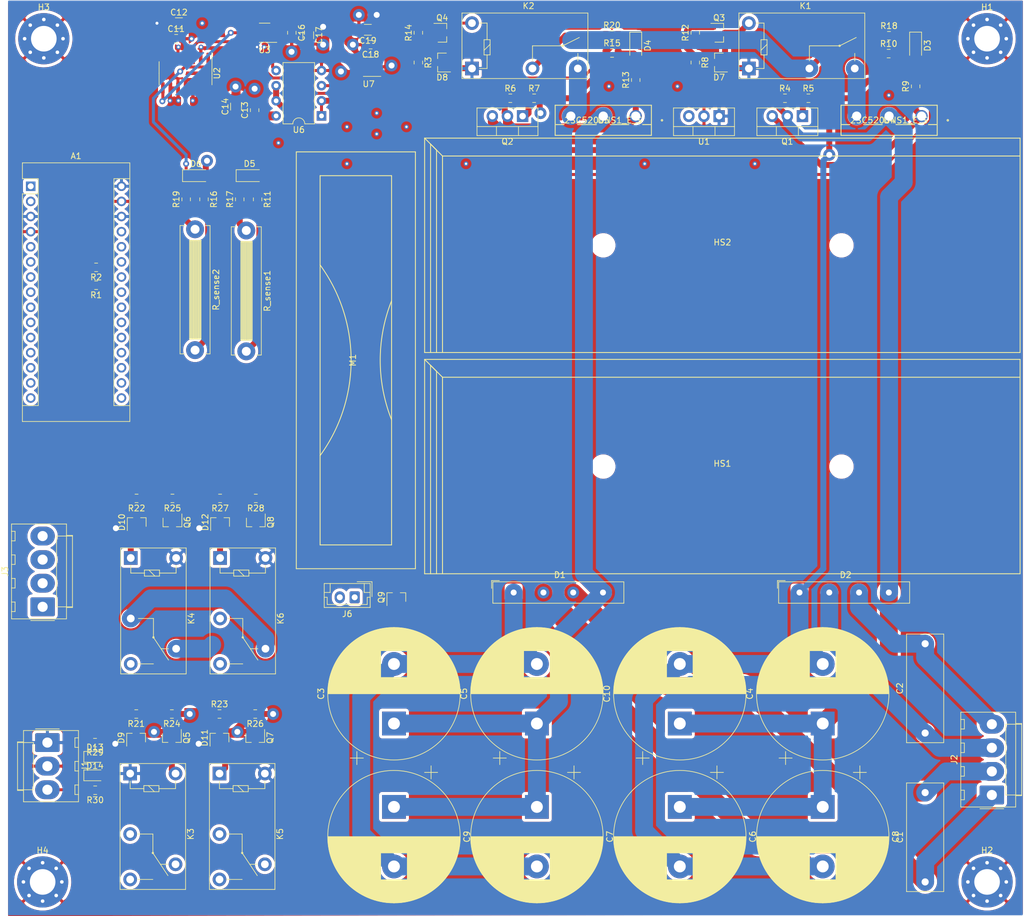
<source format=kicad_pcb>
(kicad_pcb (version 20171130) (host pcbnew "(5.1.6)-1")
  (layers (0 F.Cu signal) (1 In1.Cu power) (2 In2.Cu power) (31 B.Cu power) (34 B.Paste user) (35 F.Paste user) (36 B.SilkS user) (37 F.SilkS user) (38 B.Mask user) (39 F.Mask user) (44 Edge.Cuts user))
  (net 0 "")
  (net 1 "Net-(A1-Pad16)")
  (net 2 "Net-(A1-Pad15)")
  (net 3 GND)
  (net 4 "Net-(A1-Pad12)")
  (net 5 "Net-(A1-Pad27)")
  (net 6 "Net-(A1-Pad26)")
  (net 7 "Net-(A1-Pad25)")
  (net 8 I2C_SCL)
  (net 9 SeriesOutput)
  (net 10 I2C_SDA)
  (net 11 ParallelOutput)
  (net 12 "Net-(A1-Pad22)")
  (net 13 OuputB_enable)
  (net 14 "Net-(A1-Pad21)")
  (net 15 OuputA_enable)
  (net 16 "Net-(A1-Pad20)")
  (net 17 V_temp)
  (net 18 "Net-(A1-Pad18)")
  (net 19 "Net-(A1-Pad2)")
  (net 20 "Net-(A1-Pad17)")
  (net 21 "Net-(A1-Pad1)")
  (net 22 "Net-(D7-Pad2)")
  (net 23 "Net-(D8-Pad2)")
  (net 24 "Net-(D9-Pad2)")
  (net 25 "Net-(D10-Pad2)")
  (net 26 VAP)
  (net 27 VoutAN)
  (net 28 VBN)
  (net 29 VBP)
  (net 30 "Net-(Q1-Pad3)")
  (net 31 V_controlA)
  (net 32 "Net-(Q3-Pad1)")
  (net 33 "Net-(Q4-Pad1)")
  (net 34 "Net-(Q5-Pad1)")
  (net 35 "Net-(Q6-Pad1)")
  (net 36 VAN)
  (net 37 VoutBP)
  (net 38 VoutBN)
  (net 39 "Net-(D3-Pad1)")
  (net 40 V_controlB)
  (net 41 "Net-(Q8-Pad1)")
  (net 42 FanControl)
  (net 43 "Net-(J6-Pad1)")
  (net 44 "Net-(A1-Pad5)")
  (net 45 "Net-(A1-Pad11)")
  (net 46 "Net-(A1-Pad14)")
  (net 47 "Net-(A1-Pad13)")
  (net 48 "Net-(U3-Pad1)")
  (net 49 "Net-(U6-Pad3)")
  (net 50 "Net-(C1-Pad2)")
  (net 51 "Net-(C1-Pad1)")
  (net 52 "Net-(C2-Pad2)")
  (net 53 "Net-(C2-Pad1)")
  (net 54 "Net-(D4-Pad1)")
  (net 55 "Net-(D5-Pad1)")
  (net 56 "Net-(D11-Pad2)")
  (net 57 "Net-(D12-Pad2)")
  (net 58 /PWR_B_OUT)
  (net 59 /PWR_A_OUT)
  (net 60 /PWR_B_RET_INTERNAL)
  (net 61 /PWR_B_INTERNAL)
  (net 62 "Net-(Q2-Pad3)")
  (net 63 "Net-(Q7-Pad1)")
  (net 64 +5V)
  (net 65 VeeA)
  (net 66 VccA)
  (net 67 VeeB)
  (net 68 VccB)
  (net 69 +12V)
  (net 70 "Net-(D6-Pad1)")
  (net 71 "Net-(D13-Pad2)")
  (net 72 "Net-(D14-Pad2)")
  (module Resistor_SMD:R_0805_2012Metric_Pad1.15x1.40mm_HandSolder (layer F.Cu) (at 154.225 222.2 180)
    (fp_text reference R30 (at 0 -1.65) (layer F.SilkS))
    (fp_text value 1k)
    (pad 2 smd roundrect (at 1.025 0 180) (size 1.15 1.4) (layers F.Cu F.Paste F.Mask) (roundrect_rratio 0.217391) (net 69 +12V))
    (pad 1 smd roundrect (at -1.025 0 180) (size 1.15 1.4) (layers F.Cu F.Paste F.Mask) (roundrect_rratio 0.217391) (net 72 "Net-(D14-Pad2)"))
  )
  (module Resistor_SMD:R_0805_2012Metric_Pad1.15x1.40mm_HandSolder (layer F.Cu) (at 154.2 214.2 180)
    (fp_text reference R29 (at 0 -1.65) (layer F.SilkS))
    (fp_text value 220)
    (pad 2 smd roundrect (at 1.025 0 180) (size 1.15 1.4) (layers F.Cu F.Paste F.Mask) (roundrect_rratio 0.217391) (net 64 +5V))
    (pad 1 smd roundrect (at -1.025 0 180) (size 1.15 1.4) (layers F.Cu F.Paste F.Mask) (roundrect_rratio 0.217391) (net 71 "Net-(D13-Pad2)"))
  )
  (module Footprints:Fan_Orion_OD7020_vertical (layer F.Cu) (at 198 150 270)
    (fp_text reference M1 (at 0 0.5 270) (layer F.SilkS))
    (fp_text value Fan)
  )
  (module Footprints:Heatsink_100x36mm_2xfixations_HorizAirflow (layer F.Cu) (at 259.55 130.7 180)
    (fp_text reference HS2 (at 0 0.5 180) (layer F.SilkS))
    (fp_text value Heatsink)
    (pad "" np_thru_hole circle (at 20 0 180) (size 3.1 3.1) (drill 3.1) (layers *.Cu *.Mask))
    (pad "" np_thru_hole circle (at -20 0 180) (size 3.1 3.1) (drill 3.1) (layers *.Cu *.Mask))
  )
  (module Footprints:Heatsink_100x36mm_2xfixations_HorizAirflow (layer F.Cu) (at 259.55 167.85 180)
    (fp_text reference HS1 (at 0 0.5 180) (layer F.SilkS))
    (fp_text value Heatsink)
    (pad "" np_thru_hole circle (at 20 0 180) (size 3.1 3.1) (drill 3.1) (layers *.Cu *.Mask))
    (pad "" np_thru_hole circle (at -20 0 180) (size 3.1 3.1) (drill 3.1) (layers *.Cu *.Mask))
  )
  (module LED_SMD:LED_0805_2012Metric_Castellated (layer F.Cu) (at 154.2 219.7)
    (fp_text reference D14 (at 0 -1.6) (layer F.SilkS))
    (fp_text value LED)
    (pad 2 smd roundrect (at 0.9625 0) (size 1.325 1.3) (layers F.Cu F.Paste F.Mask) (roundrect_rratio 0.192308) (net 72 "Net-(D14-Pad2)"))
    (pad 1 smd roundrect (at -0.9625 0) (size 1.325 1.3) (layers F.Cu F.Paste F.Mask) (roundrect_rratio 0.192308) (net 3 GND))
  )
  (module LED_SMD:LED_0805_2012Metric_Castellated (layer F.Cu) (at 154.2 216.6)
    (fp_text reference D13 (at 0 -1.6) (layer F.SilkS))
    (fp_text value LED)
    (pad 2 smd roundrect (at 0.9625 0) (size 1.325 1.3) (layers F.Cu F.Paste F.Mask) (roundrect_rratio 0.192308) (net 71 "Net-(D13-Pad2)"))
    (pad 1 smd roundrect (at -0.9625 0) (size 1.325 1.3) (layers F.Cu F.Paste F.Mask) (roundrect_rratio 0.192308) (net 3 GND))
  )
  (module Resistor_SMD:R_0805_2012Metric_Pad1.15x1.40mm_HandSolder (layer F.Cu) (at 241 95.4)
    (fp_text reference R20 (at 0 -1.65) (layer F.SilkS))
    (fp_text value 9k)
    (pad 2 smd roundrect (at 1.025 0) (size 1.15 1.4) (layers F.Cu F.Paste F.Mask) (roundrect_rratio 0.217391) (net 54 "Net-(D4-Pad1)"))
    (pad 1 smd roundrect (at -1.025 0) (size 1.15 1.4) (layers F.Cu F.Paste F.Mask) (roundrect_rratio 0.217391) (net 26 VAP))
  )
  (module Resistor_SMD:R_0805_2012Metric_Pad1.15x1.40mm_HandSolder (layer F.Cu) (at 241.025 98.4)
    (fp_text reference R15 (at 0 -1.65) (layer F.SilkS))
    (fp_text value 1k)
    (pad 2 smd roundrect (at 1.025 0) (size 1.15 1.4) (layers F.Cu F.Paste F.Mask) (roundrect_rratio 0.217391) (net 65 VeeA))
    (pad 1 smd roundrect (at -1.025 0) (size 1.15 1.4) (layers F.Cu F.Paste F.Mask) (roundrect_rratio 0.217391) (net 54 "Net-(D4-Pad1)"))
  )
  (module Capacitor_THT:CP_Radial_D22.0mm_P10.00mm_SnapIn (layer F.Cu) (at 276.4 211 90)
    (fp_text reference C4 (at 5 -12.25 90) (layer F.SilkS))
    (fp_text value C)
    (pad 2 thru_hole circle (at 10 0 90) (size 4 4) (drill 2) (layers *.Cu *.Mask) (net 67 VeeB))
    (pad 1 thru_hole rect (at 0 0 90) (size 4 4) (drill 2) (layers *.Cu *.Mask) (net 68 VccB))
  )
  (module Package_DIP:DIP-8_W7.62mm (layer F.Cu) (at 192.23 108.965 180)
    (fp_text reference U6 (at 3.81 -2.33) (layer F.SilkS))
    (fp_text value LT1490CN8PBF)
    (pad 8 thru_hole oval (at 7.62 0 180) (size 1.6 1.6) (drill 0.8) (layers *.Cu *.Mask) (net 69 +12V))
    (pad 4 thru_hole oval (at 0 7.62 180) (size 1.6 1.6) (drill 0.8) (layers *.Cu *.Mask) (net 3 GND))
    (pad 7 thru_hole oval (at 7.62 2.54 180) (size 1.6 1.6) (drill 0.8) (layers *.Cu *.Mask) (net 40 V_controlB))
    (pad 3 thru_hole oval (at 0 5.08 180) (size 1.6 1.6) (drill 0.8) (layers *.Cu *.Mask) (net 49 "Net-(U6-Pad3)"))
    (pad 6 thru_hole oval (at 7.62 5.08 180) (size 1.6 1.6) (drill 0.8) (layers *.Cu *.Mask) (net 40 V_controlB))
    (pad 2 thru_hole oval (at 0 2.54 180) (size 1.6 1.6) (drill 0.8) (layers *.Cu *.Mask) (net 31 V_controlA))
    (pad 5 thru_hole oval (at 7.62 7.62 180) (size 1.6 1.6) (drill 0.8) (layers *.Cu *.Mask) (net 48 "Net-(U3-Pad1)"))
    (pad 1 thru_hole rect (at 0 0 180) (size 1.6 1.6) (drill 0.8) (layers *.Cu *.Mask) (net 31 V_controlA))
  )
  (module Capacitor_SMD:C_1206_3216Metric_Pad1.42x1.75mm_HandSolder (layer F.Cu) (at 177.88 107.4 90)
    (fp_text reference C14 (at 0 -1.82 90) (layer F.SilkS))
    (fp_text value 10uF)
    (pad 2 smd roundrect (at 1.4875 0 90) (size 1.425 1.75) (layers F.Cu F.Paste F.Mask) (roundrect_rratio 0.175439) (net 3 GND))
    (pad 1 smd roundrect (at -1.4875 0 90) (size 1.425 1.75) (layers F.Cu F.Paste F.Mask) (roundrect_rratio 0.175439) (net 69 +12V))
  )
  (module Capacitor_SMD:C_0805_2012Metric_Pad1.15x1.40mm_HandSolder (layer F.Cu) (at 181 108 90)
    (fp_text reference C13 (at 0 -1.65 90) (layer F.SilkS))
    (fp_text value 0.1uF)
    (pad 2 smd roundrect (at 1.025 0 90) (size 1.15 1.4) (layers F.Cu F.Paste F.Mask) (roundrect_rratio 0.217391) (net 3 GND))
    (pad 1 smd roundrect (at -1.025 0 90) (size 1.15 1.4) (layers F.Cu F.Paste F.Mask) (roundrect_rratio 0.217391) (net 69 +12V))
  )
  (module MountingHole:MountingHole_4.3mm_M4_Pad_Via (layer F.Cu) (at 145.4 237.6)
    (fp_text reference H4 (at 0 -5.3) (layer F.SilkS))
    (fp_text value MountingHole_Pad)
    (pad 1 thru_hole circle (at 2.280419 -2.280419) (size 0.9 0.9) (drill 0.6) (layers *.Cu *.Mask) (net 3 GND))
    (pad 1 thru_hole circle (at 0 -3.225) (size 0.9 0.9) (drill 0.6) (layers *.Cu *.Mask) (net 3 GND))
    (pad 1 thru_hole circle (at -2.280419 -2.280419) (size 0.9 0.9) (drill 0.6) (layers *.Cu *.Mask) (net 3 GND))
    (pad 1 thru_hole circle (at -3.225 0) (size 0.9 0.9) (drill 0.6) (layers *.Cu *.Mask) (net 3 GND))
    (pad 1 thru_hole circle (at -2.280419 2.280419) (size 0.9 0.9) (drill 0.6) (layers *.Cu *.Mask) (net 3 GND))
    (pad 1 thru_hole circle (at 0 3.225) (size 0.9 0.9) (drill 0.6) (layers *.Cu *.Mask) (net 3 GND))
    (pad 1 thru_hole circle (at 2.280419 2.280419) (size 0.9 0.9) (drill 0.6) (layers *.Cu *.Mask) (net 3 GND))
    (pad 1 thru_hole circle (at 3.225 0) (size 0.9 0.9) (drill 0.6) (layers *.Cu *.Mask) (net 3 GND))
    (pad 1 thru_hole circle (at 0 0) (size 8.6 8.6) (drill 4.3) (layers *.Cu *.Mask) (net 3 GND))
  )
  (module MountingHole:MountingHole_4.3mm_M4_Pad_Via (layer F.Cu) (at 145.6 96)
    (fp_text reference H3 (at 0 -5.3) (layer F.SilkS))
    (fp_text value MountingHole_Pad)
    (pad 1 thru_hole circle (at 2.280419 -2.280419) (size 0.9 0.9) (drill 0.6) (layers *.Cu *.Mask) (net 3 GND))
    (pad 1 thru_hole circle (at 0 -3.225) (size 0.9 0.9) (drill 0.6) (layers *.Cu *.Mask) (net 3 GND))
    (pad 1 thru_hole circle (at -2.280419 -2.280419) (size 0.9 0.9) (drill 0.6) (layers *.Cu *.Mask) (net 3 GND))
    (pad 1 thru_hole circle (at -3.225 0) (size 0.9 0.9) (drill 0.6) (layers *.Cu *.Mask) (net 3 GND))
    (pad 1 thru_hole circle (at -2.280419 2.280419) (size 0.9 0.9) (drill 0.6) (layers *.Cu *.Mask) (net 3 GND))
    (pad 1 thru_hole circle (at 0 3.225) (size 0.9 0.9) (drill 0.6) (layers *.Cu *.Mask) (net 3 GND))
    (pad 1 thru_hole circle (at 2.280419 2.280419) (size 0.9 0.9) (drill 0.6) (layers *.Cu *.Mask) (net 3 GND))
    (pad 1 thru_hole circle (at 3.225 0) (size 0.9 0.9) (drill 0.6) (layers *.Cu *.Mask) (net 3 GND))
    (pad 1 thru_hole circle (at 0 0) (size 8.6 8.6) (drill 4.3) (layers *.Cu *.Mask) (net 3 GND))
  )
  (module MountingHole:MountingHole_4.3mm_M4_Pad_Via (layer F.Cu) (at 304 237.6)
    (fp_text reference H2 (at 0 -5.3) (layer F.SilkS))
    (fp_text value MountingHole_Pad)
    (pad 1 thru_hole circle (at 2.280419 -2.280419) (size 0.9 0.9) (drill 0.6) (layers *.Cu *.Mask) (net 3 GND))
    (pad 1 thru_hole circle (at 0 -3.225) (size 0.9 0.9) (drill 0.6) (layers *.Cu *.Mask) (net 3 GND))
    (pad 1 thru_hole circle (at -2.280419 -2.280419) (size 0.9 0.9) (drill 0.6) (layers *.Cu *.Mask) (net 3 GND))
    (pad 1 thru_hole circle (at -3.225 0) (size 0.9 0.9) (drill 0.6) (layers *.Cu *.Mask) (net 3 GND))
    (pad 1 thru_hole circle (at -2.280419 2.280419) (size 0.9 0.9) (drill 0.6) (layers *.Cu *.Mask) (net 3 GND))
    (pad 1 thru_hole circle (at 0 3.225) (size 0.9 0.9) (drill 0.6) (layers *.Cu *.Mask) (net 3 GND))
    (pad 1 thru_hole circle (at 2.280419 2.280419) (size 0.9 0.9) (drill 0.6) (layers *.Cu *.Mask) (net 3 GND))
    (pad 1 thru_hole circle (at 3.225 0) (size 0.9 0.9) (drill 0.6) (layers *.Cu *.Mask) (net 3 GND))
    (pad 1 thru_hole circle (at 0 0) (size 8.6 8.6) (drill 4.3) (layers *.Cu *.Mask) (net 3 GND))
  )
  (module MountingHole:MountingHole_4.3mm_M4_Pad_Via (layer F.Cu) (at 304 96)
    (fp_text reference H1 (at 0 -5.3) (layer F.SilkS))
    (fp_text value MountingHole_Pad)
    (pad 1 thru_hole circle (at 2.280419 -2.280419) (size 0.9 0.9) (drill 0.6) (layers *.Cu *.Mask) (net 3 GND))
    (pad 1 thru_hole circle (at 0 -3.225) (size 0.9 0.9) (drill 0.6) (layers *.Cu *.Mask) (net 3 GND))
    (pad 1 thru_hole circle (at -2.280419 -2.280419) (size 0.9 0.9) (drill 0.6) (layers *.Cu *.Mask) (net 3 GND))
    (pad 1 thru_hole circle (at -3.225 0) (size 0.9 0.9) (drill 0.6) (layers *.Cu *.Mask) (net 3 GND))
    (pad 1 thru_hole circle (at -2.280419 2.280419) (size 0.9 0.9) (drill 0.6) (layers *.Cu *.Mask) (net 3 GND))
    (pad 1 thru_hole circle (at 0 3.225) (size 0.9 0.9) (drill 0.6) (layers *.Cu *.Mask) (net 3 GND))
    (pad 1 thru_hole circle (at 2.280419 2.280419) (size 0.9 0.9) (drill 0.6) (layers *.Cu *.Mask) (net 3 GND))
    (pad 1 thru_hole circle (at 3.225 0) (size 0.9 0.9) (drill 0.6) (layers *.Cu *.Mask) (net 3 GND))
    (pad 1 thru_hole circle (at 0 0) (size 8.6 8.6) (drill 4.3) (layers *.Cu *.Mask) (net 3 GND))
  )
  (module Miscellaneous:Diode_Bridge_22.3x3.5x18.3mm_P5.0mm (layer F.Cu) (at 280 189)
    (fp_text reference D2 (at 0.25 -2.95) (layer F.SilkS))
    (fp_text value D_Bridge_-AA+)
    (pad 4 thru_hole circle (at 7.5 0) (size 2 2) (drill 1) (layers *.Cu *.Mask) (net 68 VccB))
    (pad 2 thru_hole circle (at -2.5 0) (size 2 2) (drill 1) (layers *.Cu *.Mask) (net 53 "Net-(C2-Pad1)"))
    (pad 1 thru_hole rect (at -7.5 0) (size 2 2) (drill 1) (layers *.Cu *.Mask) (net 67 VeeB))
    (pad 3 thru_hole circle (at 2.5 0) (size 2 2) (drill 1) (layers *.Cu *.Mask) (net 52 "Net-(C2-Pad2)"))
  )
  (module Miscellaneous:Diode_Bridge_22.3x3.5x18.3mm_P5.0mm (layer F.Cu) (at 232 189)
    (fp_text reference D1 (at 0.25 -2.95) (layer F.SilkS))
    (fp_text value D_Bridge_-AA+)
    (pad 4 thru_hole circle (at 7.5 0) (size 2 2) (drill 1) (layers *.Cu *.Mask) (net 66 VccA))
    (pad 2 thru_hole circle (at -2.5 0) (size 2 2) (drill 1) (layers *.Cu *.Mask) (net 51 "Net-(C1-Pad1)"))
    (pad 1 thru_hole rect (at -7.5 0) (size 2 2) (drill 1) (layers *.Cu *.Mask) (net 65 VeeA))
    (pad 3 thru_hole circle (at 2.5 0) (size 2 2) (drill 1) (layers *.Cu *.Mask) (net 50 "Net-(C1-Pad2)"))
  )
  (module footprints:2SC5200NS1_E_S (layer F.Cu) (at 245 109 180)
    (fp_text reference U5 (at 5.450001 -0.7) (layer F.SilkS))
    (fp_text value 2SC5200NS1_E_S (at 5.450001 -0.7) (layer F.SilkS))
    (fp_text user * (at 0 0) (layer F.SilkS))
    (pad 3 thru_hole circle (at 10.900001 0 180) (size 2.0574 2.0574) (drill 1.5494) (layers *.Cu *.Mask) (net 59 /PWR_A_OUT))
    (pad 2 thru_hole circle (at 5.450001 0 180) (size 2.0574 2.0574) (drill 1.5494) (layers *.Cu *.Mask) (net 66 VccA))
    (pad 1 thru_hole circle (at 0 0 180) (size 2.0574 2.0574) (drill 1.5494) (layers *.Cu *.Mask) (net 62 "Net-(Q2-Pad3)"))
  )
  (module footprints:2SC5200NS1_E_S (layer F.Cu) (at 293 109 180)
    (fp_text reference U4 (at 5.450001 -0.7) (layer F.SilkS))
    (fp_text value 2SC5200NS1_E_S (at 5.450001 -0.7) (layer F.SilkS))
    (fp_text user * (at 0 0) (layer F.SilkS))
    (pad 3 thru_hole circle (at 10.900001 0 180) (size 2.0574 2.0574) (drill 1.5494) (layers *.Cu *.Mask) (net 58 /PWR_B_OUT))
    (pad 2 thru_hole circle (at 5.450001 0 180) (size 2.0574 2.0574) (drill 1.5494) (layers *.Cu *.Mask) (net 68 VccB))
    (pad 1 thru_hole circle (at 0 0 180) (size 2.0574 2.0574) (drill 1.5494) (layers *.Cu *.Mask) (net 30 "Net-(Q1-Pad3)"))
  )
  (module Package_SO:SOIC-14_3.9x8.7mm_P1.27mm (layer F.Cu) (at 169.4 101.8 270)
    (fp_text reference U2 (at 0 -5.28 90) (layer F.SilkS))
    (fp_text value MCP3428)
    (pad 14 smd roundrect (at 2.475 -3.81 270) (size 1.95 0.6) (layers F.Cu F.Paste F.Mask) (net 55 "Net-(D5-Pad1)"))
    (pad 13 smd roundrect (at 2.475 -2.54 270) (size 1.95 0.6) (layers F.Cu F.Paste F.Mask) (net 39 "Net-(D3-Pad1)"))
    (pad 12 smd roundrect (at 2.475 -1.27 270) (size 1.95 0.6) (layers F.Cu F.Paste F.Mask) (net 3 GND))
    (pad 11 smd roundrect (at 2.475 0 270) (size 1.95 0.6) (layers F.Cu F.Paste F.Mask) (net 55 "Net-(D5-Pad1)"))
    (pad 10 smd roundrect (at 2.475 1.27 270) (size 1.95 0.6) (layers F.Cu F.Paste F.Mask) (net 3 GND))
    (pad 9 smd roundrect (at 2.475 2.54 270) (size 1.95 0.6) (layers F.Cu F.Paste F.Mask) (net 3 GND))
    (pad 8 smd roundrect (at 2.475 3.81 270) (size 1.95 0.6) (layers F.Cu F.Paste F.Mask) (net 8 I2C_SCL))
    (pad 7 smd roundrect (at -2.475 3.81 270) (size 1.95 0.6) (layers F.Cu F.Paste F.Mask) (net 10 I2C_SDA))
    (pad 6 smd roundrect (at -2.475 2.54 270) (size 1.95 0.6) (layers F.Cu F.Paste F.Mask) (net 64 +5V))
    (pad 5 smd roundrect (at -2.475 1.27 270) (size 1.95 0.6) (layers F.Cu F.Paste F.Mask) (net 3 GND))
    (pad 4 smd roundrect (at -2.475 0 270) (size 1.95 0.6) (layers F.Cu F.Paste F.Mask) (net 70 "Net-(D6-Pad1)"))
    (pad 3 smd roundrect (at -2.475 -1.27 270) (size 1.95 0.6) (layers F.Cu F.Paste F.Mask) (net 54 "Net-(D4-Pad1)"))
    (pad 2 smd roundrect (at -2.475 -2.54 270) (size 1.95 0.6) (layers F.Cu F.Paste F.Mask) (net 3 GND))
    (pad 1 smd roundrect (at -2.475 -3.81 270) (size 1.95 0.6) (layers F.Cu F.Paste F.Mask) (net 70 "Net-(D6-Pad1)"))
  )
  (module Resistor_THT:R_Bare_Metal_Element_L21.3mm_W4.8mm_P20.30mm (layer F.Cu) (at 171 128 270)
    (fp_text reference R_sense2 (at 10.15 -3.52 90) (layer F.SilkS))
    (fp_text value 0R1)
    (pad 2 thru_hole oval (at 20.3 0 270) (size 3 3) (drill 1.5) (layers *.Cu *.Mask) (net 65 VeeA))
    (pad 1 thru_hole circle (at 0 0 270) (size 3 3) (drill 1.5) (layers *.Cu *.Mask) (net 27 VoutAN))
  )
  (module Resistor_THT:R_Bare_Metal_Element_L21.3mm_W4.8mm_P20.30mm (layer F.Cu) (at 179.6 128.2 270)
    (fp_text reference R_sense1 (at 10.15 -3.52 90) (layer F.SilkS))
    (fp_text value 0R1)
    (pad 2 thru_hole oval (at 20.3 0 270) (size 3 3) (drill 1.5) (layers *.Cu *.Mask) (net 67 VeeB))
    (pad 1 thru_hole circle (at 0 0 270) (size 3 3) (drill 1.5) (layers *.Cu *.Mask) (net 38 VoutBN))
  )
  (module Resistor_SMD:R_0805_2012Metric_Pad1.15x1.40mm_HandSolder (layer F.Cu) (at 181.2 173.2 180)
    (fp_text reference R28 (at 0 -1.65) (layer F.SilkS))
    (fp_text value 10k)
    (pad 2 smd roundrect (at 1.025 0 180) (size 1.15 1.4) (layers F.Cu F.Paste F.Mask) (roundrect_rratio 0.217391) (net 41 "Net-(Q8-Pad1)"))
    (pad 1 smd roundrect (at -1.025 0 180) (size 1.15 1.4) (layers F.Cu F.Paste F.Mask) (roundrect_rratio 0.217391) (net 3 GND))
  )
  (module Resistor_SMD:R_0805_2012Metric_Pad1.15x1.40mm_HandSolder (layer F.Cu) (at 175.2 173.2 180)
    (fp_text reference R27 (at 0 -1.65) (layer F.SilkS))
    (fp_text value 1k)
    (pad 2 smd roundrect (at 1.025 0 180) (size 1.15 1.4) (layers F.Cu F.Paste F.Mask) (roundrect_rratio 0.217391) (net 9 SeriesOutput))
    (pad 1 smd roundrect (at -1.025 0 180) (size 1.15 1.4) (layers F.Cu F.Paste F.Mask) (roundrect_rratio 0.217391) (net 41 "Net-(Q8-Pad1)"))
  )
  (module Resistor_SMD:R_0805_2012Metric_Pad1.15x1.40mm_HandSolder (layer F.Cu) (at 181.1 209.4 180)
    (fp_text reference R26 (at 0 -1.65) (layer F.SilkS))
    (fp_text value 10k)
    (pad 2 smd roundrect (at 1.025 0 180) (size 1.15 1.4) (layers F.Cu F.Paste F.Mask) (roundrect_rratio 0.217391) (net 63 "Net-(Q7-Pad1)"))
    (pad 1 smd roundrect (at -1.025 0 180) (size 1.15 1.4) (layers F.Cu F.Paste F.Mask) (roundrect_rratio 0.217391) (net 3 GND))
  )
  (module Resistor_SMD:R_0805_2012Metric_Pad1.15x1.40mm_HandSolder (layer F.Cu) (at 167.2 173.2 180)
    (fp_text reference R25 (at 0 -1.65) (layer F.SilkS))
    (fp_text value 10k)
    (pad 2 smd roundrect (at 1.025 0 180) (size 1.15 1.4) (layers F.Cu F.Paste F.Mask) (roundrect_rratio 0.217391) (net 35 "Net-(Q6-Pad1)"))
    (pad 1 smd roundrect (at -1.025 0 180) (size 1.15 1.4) (layers F.Cu F.Paste F.Mask) (roundrect_rratio 0.217391) (net 3 GND))
  )
  (module Resistor_SMD:R_0805_2012Metric_Pad1.15x1.40mm_HandSolder (layer F.Cu) (at 167.1 209.4 180)
    (fp_text reference R24 (at 0 -1.65) (layer F.SilkS))
    (fp_text value 10k)
    (pad 2 smd roundrect (at 1.025 0 180) (size 1.15 1.4) (layers F.Cu F.Paste F.Mask) (roundrect_rratio 0.217391) (net 34 "Net-(Q5-Pad1)"))
    (pad 1 smd roundrect (at -1.025 0 180) (size 1.15 1.4) (layers F.Cu F.Paste F.Mask) (roundrect_rratio 0.217391) (net 3 GND))
  )
  (module Resistor_SMD:R_0805_2012Metric_Pad1.15x1.40mm_HandSolder (layer F.Cu) (at 175.1 209.4)
    (fp_text reference R23 (at 0 -1.65) (layer F.SilkS))
    (fp_text value 1k)
    (pad 2 smd roundrect (at 1.025 0) (size 1.15 1.4) (layers F.Cu F.Paste F.Mask) (roundrect_rratio 0.217391) (net 11 ParallelOutput))
    (pad 1 smd roundrect (at -1.025 0) (size 1.15 1.4) (layers F.Cu F.Paste F.Mask) (roundrect_rratio 0.217391) (net 63 "Net-(Q7-Pad1)"))
  )
  (module Resistor_SMD:R_0805_2012Metric_Pad1.15x1.40mm_HandSolder (layer F.Cu) (at 161.175 173.2 180)
    (fp_text reference R22 (at 0 -1.65) (layer F.SilkS))
    (fp_text value 1k)
    (pad 2 smd roundrect (at 1.025 0 180) (size 1.15 1.4) (layers F.Cu F.Paste F.Mask) (roundrect_rratio 0.217391) (net 11 ParallelOutput))
    (pad 1 smd roundrect (at -1.025 0 180) (size 1.15 1.4) (layers F.Cu F.Paste F.Mask) (roundrect_rratio 0.217391) (net 35 "Net-(Q6-Pad1)"))
  )
  (module Resistor_SMD:R_0805_2012Metric_Pad1.15x1.40mm_HandSolder (layer F.Cu) (at 161.125 209.4 180)
    (fp_text reference R21 (at 0 -1.65) (layer F.SilkS))
    (fp_text value 1k)
    (pad 2 smd roundrect (at 1.025 0 180) (size 1.15 1.4) (layers F.Cu F.Paste F.Mask) (roundrect_rratio 0.217391) (net 11 ParallelOutput))
    (pad 1 smd roundrect (at -1.025 0 180) (size 1.15 1.4) (layers F.Cu F.Paste F.Mask) (roundrect_rratio 0.217391) (net 34 "Net-(Q5-Pad1)"))
  )
  (module Resistor_SMD:R_0805_2012Metric_Pad1.15x1.40mm_HandSolder (layer F.Cu) (at 169.5 122.975 90)
    (fp_text reference R19 (at 0 -1.65 90) (layer F.SilkS))
    (fp_text value 9k)
    (pad 2 smd roundrect (at 1.025 0 90) (size 1.15 1.4) (layers F.Cu F.Paste F.Mask) (roundrect_rratio 0.217391) (net 70 "Net-(D6-Pad1)"))
    (pad 1 smd roundrect (at -1.025 0 90) (size 1.15 1.4) (layers F.Cu F.Paste F.Mask) (roundrect_rratio 0.217391) (net 27 VoutAN))
  )
  (module Resistor_SMD:R_0805_2012Metric_Pad1.15x1.40mm_HandSolder (layer F.Cu) (at 287.525 95.5)
    (fp_text reference R18 (at 0 -1.65) (layer F.SilkS))
    (fp_text value 9k)
    (pad 2 smd roundrect (at 1.025 0) (size 1.15 1.4) (layers F.Cu F.Paste F.Mask) (roundrect_rratio 0.217391) (net 39 "Net-(D3-Pad1)"))
    (pad 1 smd roundrect (at -1.025 0) (size 1.15 1.4) (layers F.Cu F.Paste F.Mask) (roundrect_rratio 0.217391) (net 37 VoutBP))
  )
  (module Resistor_SMD:R_0805_2012Metric_Pad1.15x1.40mm_HandSolder (layer F.Cu) (at 178.5 122.975 90)
    (fp_text reference R17 (at 0 -1.65 90) (layer F.SilkS))
    (fp_text value 9k)
    (pad 2 smd roundrect (at 1.025 0 90) (size 1.15 1.4) (layers F.Cu F.Paste F.Mask) (roundrect_rratio 0.217391) (net 55 "Net-(D5-Pad1)"))
    (pad 1 smd roundrect (at -1.025 0 90) (size 1.15 1.4) (layers F.Cu F.Paste F.Mask) (roundrect_rratio 0.217391) (net 38 VoutBN))
  )
  (module Resistor_SMD:R_0805_2012Metric_Pad1.15x1.40mm_HandSolder (layer F.Cu) (at 172.5 122.975 270)
    (fp_text reference R16 (at 0 -1.65 90) (layer F.SilkS))
    (fp_text value 1k)
    (pad 2 smd roundrect (at 1.025 0 270) (size 1.15 1.4) (layers F.Cu F.Paste F.Mask) (roundrect_rratio 0.217391) (net 65 VeeA))
    (pad 1 smd roundrect (at -1.025 0 270) (size 1.15 1.4) (layers F.Cu F.Paste F.Mask) (roundrect_rratio 0.217391) (net 70 "Net-(D6-Pad1)"))
  )
  (module Resistor_SMD:R_0805_2012Metric_Pad1.15x1.40mm_HandSolder (layer F.Cu) (at 208.5 95 90)
    (fp_text reference R14 (at 0 -1.65 90) (layer F.SilkS))
    (fp_text value 10k)
    (pad 2 smd roundrect (at 1.025 0 90) (size 1.15 1.4) (layers F.Cu F.Paste F.Mask) (roundrect_rratio 0.217391) (net 33 "Net-(Q4-Pad1)"))
    (pad 1 smd roundrect (at -1.025 0 90) (size 1.15 1.4) (layers F.Cu F.Paste F.Mask) (roundrect_rratio 0.217391) (net 3 GND))
  )
  (module Resistor_SMD:R_0805_2012Metric (layer F.Cu) (at 245 102.9375 90)
    (fp_text reference R13 (at 0 -1.65 90) (layer F.SilkS))
    (fp_text value 1k)
    (pad 2 smd roundrect (at 0.9375 0 90) (size 0.975 1.4) (layers F.Cu F.Paste F.Mask) (net 65 VeeA))
    (pad 1 smd roundrect (at -0.9375 0 90) (size 0.975 1.4) (layers F.Cu F.Paste F.Mask) (net 62 "Net-(Q2-Pad3)"))
  )
  (module Resistor_SMD:R_0805_2012Metric_Pad1.15x1.40mm_HandSolder (layer F.Cu) (at 255 95 90)
    (fp_text reference R12 (at 0 -1.65 90) (layer F.SilkS))
    (fp_text value 10k)
    (pad 1 smd roundrect (at -1.025 0 90) (size 1.15 1.4) (layers F.Cu F.Paste F.Mask) (roundrect_rratio 0.217391) (net 3 GND))
    (pad 2 smd roundrect (at 1.025 0 90) (size 1.15 1.4) (layers F.Cu F.Paste F.Mask) (roundrect_rratio 0.217391) (net 32 "Net-(Q3-Pad1)"))
  )
  (module Resistor_SMD:R_0805_2012Metric_Pad1.15x1.40mm_HandSolder (layer F.Cu) (at 181.5 122.975 270)
    (fp_text reference R11 (at 0 -1.65 90) (layer F.SilkS))
    (fp_text value 1k)
    (pad 2 smd roundrect (at 1.025 0 270) (size 1.15 1.4) (layers F.Cu F.Paste F.Mask) (roundrect_rratio 0.217391) (net 67 VeeB))
    (pad 1 smd roundrect (at -1.025 0 270) (size 1.15 1.4) (layers F.Cu F.Paste F.Mask) (roundrect_rratio 0.217391) (net 55 "Net-(D5-Pad1)"))
  )
  (module Resistor_SMD:R_0805_2012Metric_Pad1.15x1.40mm_HandSolder (layer F.Cu) (at 287.475 98.5)
    (fp_text reference R10 (at 0 -1.65) (layer F.SilkS))
    (fp_text value 1k)
    (pad 2 smd roundrect (at 1.025 0) (size 1.15 1.4) (layers F.Cu F.Paste F.Mask) (roundrect_rratio 0.217391) (net 67 VeeB))
    (pad 1 smd roundrect (at -1.025 0) (size 1.15 1.4) (layers F.Cu F.Paste F.Mask) (roundrect_rratio 0.217391) (net 39 "Net-(D3-Pad1)"))
  )
  (module Resistor_SMD:R_0805_2012Metric (layer F.Cu) (at 292 104 90)
    (fp_text reference R9 (at 0 -1.65 90) (layer F.SilkS))
    (fp_text value 1k)
    (pad 2 smd roundrect (at 0.9375 0 90) (size 0.975 1.4) (layers F.Cu F.Paste F.Mask) (net 67 VeeB))
    (pad 1 smd roundrect (at -0.9375 0 90) (size 0.975 1.4) (layers F.Cu F.Paste F.Mask) (net 30 "Net-(Q1-Pad3)"))
  )
  (module Resistor_SMD:R_0805_2012Metric_Pad1.15x1.40mm_HandSolder (layer F.Cu) (at 255 100 270)
    (fp_text reference R8 (at 0 -1.65 90) (layer F.SilkS))
    (fp_text value 1k)
    (pad 1 smd roundrect (at -1.025 0 270) (size 1.15 1.4) (layers F.Cu F.Paste F.Mask) (roundrect_rratio 0.217391) (net 32 "Net-(Q3-Pad1)"))
    (pad 2 smd roundrect (at 1.025 0 270) (size 1.15 1.4) (layers F.Cu F.Paste F.Mask) (roundrect_rratio 0.217391) (net 13 OuputB_enable))
  )
  (module Resistor_SMD:R_0805_2012Metric (layer F.Cu) (at 227.9375 106)
    (fp_text reference R7 (at 0 -1.65) (layer F.SilkS))
    (fp_text value 51k)
    (pad 2 smd roundrect (at 0.9375 0) (size 0.975 1.4) (layers F.Cu F.Paste F.Mask) (net 65 VeeA))
    (pad 1 smd roundrect (at -0.9375 0) (size 0.975 1.4) (layers F.Cu F.Paste F.Mask) (net 31 V_controlA))
  )
  (module Resistor_SMD:R_0805_2012Metric (layer F.Cu) (at 223.9375 106)
    (fp_text reference R6 (at 0 -1.65) (layer F.SilkS))
    (fp_text value 24k)
    (pad 2 smd roundrect (at 0.9375 0) (size 0.975 1.4) (layers F.Cu F.Paste F.Mask) (net 31 V_controlA))
    (pad 1 smd roundrect (at -0.9375 0) (size 0.975 1.4) (layers F.Cu F.Paste F.Mask) (net 66 VccA))
  )
  (module Resistor_SMD:R_0805_2012Metric (layer F.Cu) (at 274 106)
    (fp_text reference R5 (at 0 -1.65) (layer F.SilkS))
    (fp_text value 51k)
    (pad 2 smd roundrect (at 0.9375 0) (size 0.975 1.4) (layers F.Cu F.Paste F.Mask) (net 67 VeeB))
    (pad 1 smd roundrect (at -0.9375 0) (size 0.975 1.4) (layers F.Cu F.Paste F.Mask) (net 40 V_controlB))
  )
  (module Resistor_SMD:R_0805_2012Metric (layer F.Cu) (at 270.0625 106)
    (fp_text reference R4 (at 0 -1.65) (layer F.SilkS))
    (fp_text value 24k)
    (pad 2 smd roundrect (at 0.9375 0) (size 0.975 1.4) (layers F.Cu F.Paste F.Mask) (net 40 V_controlB))
    (pad 1 smd roundrect (at -0.9375 0) (size 0.975 1.4) (layers F.Cu F.Paste F.Mask) (net 68 VccB))
  )
  (module Resistor_SMD:R_0805_2012Metric_Pad1.15x1.40mm_HandSolder (layer F.Cu) (at 208.5 100 270)
    (fp_text reference R3 (at 0 -1.65 90) (layer F.SilkS))
    (fp_text value 1k)
    (pad 2 smd roundrect (at 1.025 0 270) (size 1.15 1.4) (layers F.Cu F.Paste F.Mask) (roundrect_rratio 0.217391) (net 15 OuputA_enable))
    (pad 1 smd roundrect (at -1.025 0 270) (size 1.15 1.4) (layers F.Cu F.Paste F.Mask) (roundrect_rratio 0.217391) (net 33 "Net-(Q4-Pad1)"))
  )
  (module Package_TO_SOT_SMD:SOT-23 (layer F.Cu) (at 181.2 177.2 270)
    (fp_text reference Q8 (at 0 -2.5 90) (layer F.SilkS))
    (fp_text value 2N7002E)
    (pad 3 smd rect (at 1 0 270) (size 0.9 0.8) (layers F.Cu F.Paste F.Mask) (net 57 "Net-(D12-Pad2)"))
    (pad 2 smd rect (at -1 0.95 270) (size 0.9 0.8) (layers F.Cu F.Paste F.Mask) (net 3 GND))
    (pad 1 smd rect (at -1 -0.95 270) (size 0.9 0.8) (layers F.Cu F.Paste F.Mask) (net 41 "Net-(Q8-Pad1)"))
  )
  (module Package_TO_SOT_SMD:SOT-23 (layer F.Cu) (at 181.1 213.4 270)
    (fp_text reference Q7 (at 0 -2.5 90) (layer F.SilkS))
    (fp_text value 2N7002E)
    (pad 3 smd rect (at 1 0 270) (size 0.9 0.8) (layers F.Cu F.Paste F.Mask) (net 56 "Net-(D11-Pad2)"))
    (pad 2 smd rect (at -1 0.95 270) (size 0.9 0.8) (layers F.Cu F.Paste F.Mask) (net 3 GND))
    (pad 1 smd rect (at -1 -0.95 270) (size 0.9 0.8) (layers F.Cu F.Paste F.Mask) (net 63 "Net-(Q7-Pad1)"))
  )
  (module Package_TO_SOT_SMD:SOT-23 (layer F.Cu) (at 167.2 177.2 270)
    (fp_text reference Q6 (at 0 -2.5 90) (layer F.SilkS))
    (fp_text value 2N7002E)
    (pad 3 smd rect (at 1 0 270) (size 0.9 0.8) (layers F.Cu F.Paste F.Mask) (net 25 "Net-(D10-Pad2)"))
    (pad 2 smd rect (at -1 0.95 270) (size 0.9 0.8) (layers F.Cu F.Paste F.Mask) (net 3 GND))
    (pad 1 smd rect (at -1 -0.95 270) (size 0.9 0.8) (layers F.Cu F.Paste F.Mask) (net 35 "Net-(Q6-Pad1)"))
  )
  (module Package_TO_SOT_SMD:SOT-23 (layer F.Cu) (at 167.1 213.4 270)
    (fp_text reference Q5 (at 0 -2.5 90) (layer F.SilkS))
    (fp_text value 2N7002E)
    (pad 3 smd rect (at 1 0 270) (size 0.9 0.8) (layers F.Cu F.Paste F.Mask) (net 24 "Net-(D9-Pad2)"))
    (pad 2 smd rect (at -1 0.95 270) (size 0.9 0.8) (layers F.Cu F.Paste F.Mask) (net 3 GND))
    (pad 1 smd rect (at -1 -0.95 270) (size 0.9 0.8) (layers F.Cu F.Paste F.Mask) (net 34 "Net-(Q5-Pad1)"))
  )
  (module Package_TO_SOT_SMD:SOT-23 (layer F.Cu) (at 212.5 95)
    (fp_text reference Q4 (at 0 -2.5) (layer F.SilkS))
    (fp_text value 2N7002E)
    (pad 3 smd rect (at 1 0) (size 0.9 0.8) (layers F.Cu F.Paste F.Mask) (net 23 "Net-(D8-Pad2)"))
    (pad 2 smd rect (at -1 0.95) (size 0.9 0.8) (layers F.Cu F.Paste F.Mask) (net 3 GND))
    (pad 1 smd rect (at -1 -0.95) (size 0.9 0.8) (layers F.Cu F.Paste F.Mask) (net 33 "Net-(Q4-Pad1)"))
  )
  (module Package_TO_SOT_SMD:SOT-23 (layer F.Cu) (at 259 95)
    (fp_text reference Q3 (at 0 -2.5) (layer F.SilkS))
    (fp_text value 2N7002E)
    (pad 1 smd rect (at -1 -0.95) (size 0.9 0.8) (layers F.Cu F.Paste F.Mask) (net 32 "Net-(Q3-Pad1)"))
    (pad 2 smd rect (at -1 0.95) (size 0.9 0.8) (layers F.Cu F.Paste F.Mask) (net 3 GND))
    (pad 3 smd rect (at 1 0) (size 0.9 0.8) (layers F.Cu F.Paste F.Mask) (net 22 "Net-(D7-Pad2)"))
  )
  (module Package_TO_SOT_THT:TO-220-3_Vertical (layer F.Cu) (at 226 109 180)
    (fp_text reference Q2 (at 2.54 -4.27) (layer F.SilkS))
    (fp_text value TIP41C)
    (pad 3 thru_hole oval (at 5.08 0 180) (size 1.905 2) (drill 1.1) (layers *.Cu *.Mask) (net 62 "Net-(Q2-Pad3)"))
    (pad 2 thru_hole oval (at 2.54 0 180) (size 1.905 2) (drill 1.1) (layers *.Cu *.Mask) (net 66 VccA))
    (pad 1 thru_hole rect (at 0 0 180) (size 1.905 2) (drill 1.1) (layers *.Cu *.Mask) (net 31 V_controlA))
  )
  (module Package_TO_SOT_THT:TO-220-3_Vertical (layer F.Cu) (at 273 109 180)
    (fp_text reference Q1 (at 2.54 -4.27) (layer F.SilkS))
    (fp_text value TIP41C)
    (pad 3 thru_hole oval (at 5.08 0 180) (size 1.905 2) (drill 1.1) (layers *.Cu *.Mask) (net 30 "Net-(Q1-Pad3)"))
    (pad 2 thru_hole oval (at 2.54 0 180) (size 1.905 2) (drill 1.1) (layers *.Cu *.Mask) (net 68 VccB))
    (pad 1 thru_hole rect (at 0 0 180) (size 1.905 2) (drill 1.1) (layers *.Cu *.Mask) (net 40 V_controlB))
  )
  (module Relays:Relay_SPDT_Panasonic-ALQ105 (layer F.Cu) (at 175.2 183.2 270)
    (fp_text reference K6 (at 10.16 -10.16 90) (layer F.SilkS))
    (fp_text value Relay_SPDT_Panasonic_ALQ105)
    (pad 5 thru_hole circle (at 17.78 0 90) (size 2.3 2.3) (drill 1.3) (layers *.Cu *.Mask) (net 36 VAN))
    (pad 3 thru_hole circle (at 15.24 -7.62 90) (size 2.3 2.3) (drill 1.3) (layers *.Cu *.Mask) (net 61 /PWR_B_INTERNAL))
    (pad 1 thru_hole circle (at 0 -7.62 90) (size 2.3 2.3) (drill 1.3) (layers *.Cu *.Mask) (net 64 +5V))
    (pad 2 thru_hole rect (at 0 0 90) (size 2.3 2.3) (drill 1.3) (layers *.Cu *.Mask) (net 57 "Net-(D12-Pad2)"))
    (pad 4 thru_hole circle (at 10.16 0 90) (size 2.3 2.3) (drill 1.3) (layers *.Cu *.Mask) (net 29 VBP))
  )
  (module Relays:Relay_SPDT_Panasonic-ALQ105 (layer F.Cu) (at 175.1 219.4 270)
    (fp_text reference K5 (at 10.16 -10.16 90) (layer F.SilkS))
    (fp_text value Relay_SPDT_Panasonic_ALQ105)
    (pad 5 thru_hole circle (at 17.78 0 90) (size 2.3 2.3) (drill 1.3) (layers *.Cu *.Mask) (net 60 /PWR_B_RET_INTERNAL))
    (pad 3 thru_hole circle (at 15.24 -7.62 90) (size 2.3 2.3) (drill 1.3) (layers *.Cu *.Mask) (net 38 VoutBN))
    (pad 1 thru_hole circle (at 0 -7.62 90) (size 2.3 2.3) (drill 1.3) (layers *.Cu *.Mask) (net 64 +5V))
    (pad 2 thru_hole rect (at 0 0 90) (size 2.3 2.3) (drill 1.3) (layers *.Cu *.Mask) (net 56 "Net-(D11-Pad2)"))
    (pad 4 thru_hole circle (at 10.16 0 90) (size 2.3 2.3) (drill 1.3) (layers *.Cu *.Mask) (net 28 VBN))
  )
  (module Relays:Relay_SPDT_Panasonic-ALQ105 (layer F.Cu) (at 160.2 183.2 270)
    (fp_text reference K4 (at 10.16 -10.16 90) (layer F.SilkS))
    (fp_text value Relay_SPDT_Panasonic_ALQ105)
    (pad 5 thru_hole circle (at 17.78 0 90) (size 2.3 2.3) (drill 1.3) (layers *.Cu *.Mask) (net 26 VAP))
    (pad 3 thru_hole circle (at 15.24 -7.62 90) (size 2.3 2.3) (drill 1.3) (layers *.Cu *.Mask) (net 37 VoutBP))
    (pad 1 thru_hole circle (at 0 -7.62 90) (size 2.3 2.3) (drill 1.3) (layers *.Cu *.Mask) (net 64 +5V))
    (pad 2 thru_hole rect (at 0 0 90) (size 2.3 2.3) (drill 1.3) (layers *.Cu *.Mask) (net 25 "Net-(D10-Pad2)"))
    (pad 4 thru_hole circle (at 10.16 0 90) (size 2.3 2.3) (drill 1.3) (layers *.Cu *.Mask) (net 61 /PWR_B_INTERNAL))
  )
  (module Relays:Relay_SPDT_Panasonic-ALQ105 (layer F.Cu) (at 160.1 219.4 270)
    (fp_text reference K3 (at 10.16 -10.16 90) (layer F.SilkS))
    (fp_text value Relay_SPDT_Panasonic_ALQ105)
    (pad 5 thru_hole circle (at 17.78 0 90) (size 2.3 2.3) (drill 1.3) (layers *.Cu *.Mask) (net 60 /PWR_B_RET_INTERNAL))
    (pad 3 thru_hole circle (at 15.24 -7.62 90) (size 2.3 2.3) (drill 1.3) (layers *.Cu *.Mask) (net 36 VAN))
    (pad 1 thru_hole circle (at 0 -7.62 90) (size 2.3 2.3) (drill 1.3) (layers *.Cu *.Mask) (net 24 "Net-(D9-Pad2)"))
    (pad 2 thru_hole rect (at 0 0 90) (size 2.3 2.3) (drill 1.3) (layers *.Cu *.Mask) (net 64 +5V))
    (pad 4 thru_hole circle (at 10.16 0 90) (size 2.3 2.3) (drill 1.3) (layers *.Cu *.Mask) (net 27 VoutAN))
  )
  (module Relays:Relay_SPST_Panasonic_ALQ305 (layer F.Cu) (at 217.5 101)
    (fp_text reference K2 (at 9.5 -10.5 180) (layer F.SilkS))
    (fp_text value Relay_SPST_Panasonic_ALQ305)
    (pad 1 thru_hole circle (at 0 -7.62 180) (size 2.3 2.3) (drill 1.3) (layers *.Cu *.Mask) (net 23 "Net-(D8-Pad2)"))
    (pad 4 thru_hole circle (at 17.78 0 180) (size 2.3 2.3) (drill 1.3) (layers *.Cu *.Mask) (net 59 /PWR_A_OUT))
    (pad 3 thru_hole circle (at 10.16 0 180) (size 2.3 2.3) (drill 1.3) (layers *.Cu *.Mask) (net 26 VAP))
    (pad 2 thru_hole rect (at 0 0 180) (size 2.3 2.3) (drill 1.3) (layers *.Cu *.Mask) (net 64 +5V))
  )
  (module Relays:Relay_SPST_Panasonic_ALQ305 (layer F.Cu) (at 264 101)
    (fp_text reference K1 (at 9.5 -10.5 180) (layer F.SilkS))
    (fp_text value Relay_SPST_Panasonic_ALQ305)
    (pad 2 thru_hole rect (at 0 0 180) (size 2.3 2.3) (drill 1.3) (layers *.Cu *.Mask) (net 64 +5V))
    (pad 3 thru_hole circle (at 10.16 0 180) (size 2.3 2.3) (drill 1.3) (layers *.Cu *.Mask) (net 37 VoutBP))
    (pad 4 thru_hole circle (at 17.78 0 180) (size 2.3 2.3) (drill 1.3) (layers *.Cu *.Mask) (net 58 /PWR_B_OUT))
    (pad 1 thru_hole circle (at 0 -7.62 180) (size 2.3 2.3) (drill 1.3) (layers *.Cu *.Mask) (net 22 "Net-(D7-Pad2)"))
  )
  (module Connector_Molex:Molex_KK-396_A-41791-0004_1x04_P3.96mm_Vertical (layer F.Cu) (at 145.4 191.4 90)
    (fp_text reference J3 (at 5.94 -6.31 90) (layer F.SilkS))
    (fp_text value Conn_01x04_Male)
    (pad 4 thru_hole oval (at 11.88 0 90) (size 3.16 4.1) (drill 1.7) (layers *.Cu *.Mask) (net 26 VAP))
    (pad 3 thru_hole oval (at 7.92 0 90) (size 3.16 4.1) (drill 1.7) (layers *.Cu *.Mask) (net 36 VAN))
    (pad 2 thru_hole oval (at 3.96 0 90) (size 3.16 4.1) (drill 1.7) (layers *.Cu *.Mask) (net 29 VBP))
    (pad 1 thru_hole roundrect (at 0 0 90) (size 3.16 4.1) (drill 1.7) (layers *.Cu *.Mask) (roundrect_rratio 0.079114) (net 28 VBN))
  )
  (module Connector_Molex:Molex_KK-396_A-41791-0004_1x04_P3.96mm_Vertical (layer F.Cu) (at 304.8 223 90)
    (fp_text reference J2 (at 5.94 -6.31 90) (layer F.SilkS))
    (fp_text value Conn_01x04_Male)
    (pad 4 thru_hole oval (at 11.88 0 90) (size 3.16 4.1) (drill 1.7) (layers *.Cu *.Mask) (net 52 "Net-(C2-Pad2)"))
    (pad 3 thru_hole oval (at 7.92 0 90) (size 3.16 4.1) (drill 1.7) (layers *.Cu *.Mask) (net 53 "Net-(C2-Pad1)"))
    (pad 2 thru_hole oval (at 3.96 0 90) (size 3.16 4.1) (drill 1.7) (layers *.Cu *.Mask) (net 50 "Net-(C1-Pad2)"))
    (pad 1 thru_hole roundrect (at 0 0 90) (size 3.16 4.1) (drill 1.7) (layers *.Cu *.Mask) (roundrect_rratio 0.079114) (net 51 "Net-(C1-Pad1)"))
  )
  (module Connector_Molex:Molex_KK-396_A-41791-0003_1x03_P3.96mm_Vertical (layer F.Cu) (at 146.2 214.2 270)
    (fp_text reference J1 (at 3.96 -6.31 90) (layer F.SilkS))
    (fp_text value Conn_01x03_Power_Male)
    (pad 3 thru_hole oval (at 7.92 0 270) (size 3.16 4.1) (drill 1.7) (layers *.Cu *.Mask) (net 69 +12V))
    (pad 2 thru_hole oval (at 3.96 0 270) (size 3.16 4.1) (drill 1.7) (layers *.Cu *.Mask) (net 3 GND))
    (pad 1 thru_hole roundrect (at 0 0 270) (size 3.16 4.1) (drill 1.7) (layers *.Cu *.Mask) (roundrect_rratio 0.079114) (net 64 +5V))
  )
  (module Package_TO_SOT_SMD:SOT-23 (layer F.Cu) (at 175.2 177.2 90)
    (fp_text reference D12 (at 0 -2.5 90) (layer F.SilkS))
    (fp_text value D)
    (pad 3 smd rect (at 1 0 90) (size 0.9 0.8) (layers F.Cu F.Paste F.Mask))
    (pad 2 smd rect (at -1 0.95 90) (size 0.9 0.8) (layers F.Cu F.Paste F.Mask) (net 57 "Net-(D12-Pad2)"))
    (pad 1 smd rect (at -1 -0.95 90) (size 0.9 0.8) (layers F.Cu F.Paste F.Mask) (net 64 +5V))
  )
  (module Package_TO_SOT_SMD:SOT-23 (layer F.Cu) (at 175.1 213.4 90)
    (fp_text reference D11 (at 0 -2.5 90) (layer F.SilkS))
    (fp_text value D)
    (pad 3 smd rect (at 1 0 90) (size 0.9 0.8) (layers F.Cu F.Paste F.Mask))
    (pad 2 smd rect (at -1 0.95 90) (size 0.9 0.8) (layers F.Cu F.Paste F.Mask) (net 56 "Net-(D11-Pad2)"))
    (pad 1 smd rect (at -1 -0.95 90) (size 0.9 0.8) (layers F.Cu F.Paste F.Mask) (net 64 +5V))
  )
  (module Package_TO_SOT_SMD:SOT-23 (layer F.Cu) (at 161.2 177.2 90)
    (fp_text reference D10 (at 0 -2.5 90) (layer F.SilkS))
    (fp_text value D)
    (pad 3 smd rect (at 1 0 90) (size 0.9 0.8) (layers F.Cu F.Paste F.Mask))
    (pad 2 smd rect (at -1 0.95 90) (size 0.9 0.8) (layers F.Cu F.Paste F.Mask) (net 25 "Net-(D10-Pad2)"))
    (pad 1 smd rect (at -1 -0.95 90) (size 0.9 0.8) (layers F.Cu F.Paste F.Mask) (net 64 +5V))
  )
  (module Package_TO_SOT_SMD:SOT-23 (layer F.Cu) (at 161.1 213.4 90)
    (fp_text reference D9 (at 0 -2.5 90) (layer F.SilkS))
    (fp_text value D)
    (pad 3 smd rect (at 1 0 90) (size 0.9 0.8) (layers F.Cu F.Paste F.Mask))
    (pad 2 smd rect (at -1 0.95 90) (size 0.9 0.8) (layers F.Cu F.Paste F.Mask) (net 24 "Net-(D9-Pad2)"))
    (pad 1 smd rect (at -1 -0.95 90) (size 0.9 0.8) (layers F.Cu F.Paste F.Mask) (net 64 +5V))
  )
  (module Package_TO_SOT_SMD:SOT-23 (layer F.Cu) (at 212.5 100 180)
    (fp_text reference D8 (at 0 -2.5) (layer F.SilkS))
    (fp_text value D)
    (pad 3 smd rect (at 1 0 180) (size 0.9 0.8) (layers F.Cu F.Paste F.Mask))
    (pad 2 smd rect (at -1 0.95 180) (size 0.9 0.8) (layers F.Cu F.Paste F.Mask) (net 23 "Net-(D8-Pad2)"))
    (pad 1 smd rect (at -1 -0.95 180) (size 0.9 0.8) (layers F.Cu F.Paste F.Mask) (net 64 +5V))
  )
  (module Package_TO_SOT_SMD:SOT-23 (layer F.Cu) (at 259 100 180)
    (fp_text reference D7 (at 0 -2.5) (layer F.SilkS))
    (fp_text value D)
    (pad 1 smd rect (at -1 -0.95 180) (size 0.9 0.8) (layers F.Cu F.Paste F.Mask) (net 64 +5V))
    (pad 2 smd rect (at -1 0.95 180) (size 0.9 0.8) (layers F.Cu F.Paste F.Mask) (net 22 "Net-(D7-Pad2)"))
    (pad 3 smd rect (at 1 0 180) (size 0.9 0.8) (layers F.Cu F.Paste F.Mask))
  )
  (module Diode_SMD:D_SOD-123 (layer F.Cu) (at 171.15 119)
    (fp_text reference D6 (at 0 -2) (layer F.SilkS))
    (fp_text value 5V1)
    (pad 2 smd rect (at 1.65 0) (size 0.9 1.2) (layers F.Cu F.Paste F.Mask) (net 65 VeeA))
    (pad 1 smd rect (at -1.65 0) (size 0.9 1.2) (layers F.Cu F.Paste F.Mask) (net 70 "Net-(D6-Pad1)"))
  )
  (module Diode_SMD:D_SOD-123 (layer F.Cu) (at 180.15 119)
    (fp_text reference D5 (at 0 -2) (layer F.SilkS))
    (fp_text value 5V1)
    (pad 2 smd rect (at 1.65 0) (size 0.9 1.2) (layers F.Cu F.Paste F.Mask) (net 67 VeeB))
    (pad 1 smd rect (at -1.65 0) (size 0.9 1.2) (layers F.Cu F.Paste F.Mask) (net 55 "Net-(D5-Pad1)"))
  )
  (module Diode_SMD:D_SOD-123 (layer F.Cu) (at 245 97.15 270)
    (fp_text reference D4 (at 0 -2 90) (layer F.SilkS))
    (fp_text value 5V1)
    (pad 2 smd rect (at 1.65 0 270) (size 0.9 1.2) (layers F.Cu F.Paste F.Mask) (net 65 VeeA))
    (pad 1 smd rect (at -1.65 0 270) (size 0.9 1.2) (layers F.Cu F.Paste F.Mask) (net 54 "Net-(D4-Pad1)"))
  )
  (module Diode_SMD:D_SOD-123 (layer F.Cu) (at 292 97.15 270)
    (fp_text reference D3 (at 0 -2 90) (layer F.SilkS))
    (fp_text value 5V1)
    (pad 2 smd rect (at 1.65 0 270) (size 0.9 1.2) (layers F.Cu F.Paste F.Mask) (net 67 VeeB))
    (pad 1 smd rect (at -1.65 0 270) (size 0.9 1.2) (layers F.Cu F.Paste F.Mask) (net 39 "Net-(D3-Pad1)"))
  )
  (module Capacitor_SMD:C_1206_3216Metric_Pad1.42x1.75mm_HandSolder (layer F.Cu) (at 168.2875 93.4)
    (fp_text reference C12 (at 0 -1.82) (layer F.SilkS))
    (fp_text value 10uF)
    (pad 2 smd roundrect (at 1.4875 0) (size 1.425 1.75) (layers F.Cu F.Paste F.Mask) (roundrect_rratio 0.175439) (net 3 GND))
    (pad 1 smd roundrect (at -1.4875 0) (size 1.425 1.75) (layers F.Cu F.Paste F.Mask) (roundrect_rratio 0.175439) (net 64 +5V))
  )
  (module Capacitor_SMD:C_0805_2012Metric_Pad1.15x1.40mm_HandSolder (layer F.Cu) (at 167.825 96)
    (fp_text reference C11 (at 0 -1.65) (layer F.SilkS))
    (fp_text value 0.1uF)
    (pad 2 smd roundrect (at 1.025 0) (size 1.15 1.4) (layers F.Cu F.Paste F.Mask) (roundrect_rratio 0.217391) (net 3 GND))
    (pad 1 smd roundrect (at -1.025 0) (size 1.15 1.4) (layers F.Cu F.Paste F.Mask) (roundrect_rratio 0.217391) (net 64 +5V))
  )
  (module Capacitor_THT:CP_Radial_D22.0mm_P10.00mm_SnapIn (layer F.Cu) (at 252.4 211 90)
    (fp_text reference C10 (at 5 -12.25 90) (layer F.SilkS))
    (fp_text value C)
    (pad 2 thru_hole circle (at 10 0 90) (size 4 4) (drill 2) (layers *.Cu *.Mask) (net 67 VeeB))
    (pad 1 thru_hole rect (at 0 0 90) (size 4 4) (drill 2) (layers *.Cu *.Mask) (net 68 VccB))
  )
  (module Capacitor_THT:CP_Radial_D22.0mm_P10.00mm_SnapIn (layer F.Cu) (at 204.4 225 270)
    (fp_text reference C9 (at 5 -12.25 90) (layer F.SilkS))
    (fp_text value C)
    (pad 2 thru_hole circle (at 10 0 270) (size 4 4) (drill 2) (layers *.Cu *.Mask) (net 65 VeeA))
    (pad 1 thru_hole rect (at 0 0 270) (size 4 4) (drill 2) (layers *.Cu *.Mask) (net 66 VccA))
  )
  (module Capacitor_THT:CP_Radial_D22.0mm_P10.00mm_SnapIn (layer F.Cu) (at 276.4 225 270)
    (fp_text reference C8 (at 5 -12.25 90) (layer F.SilkS))
    (fp_text value C)
    (pad 2 thru_hole circle (at 10 0 270) (size 4 4) (drill 2) (layers *.Cu *.Mask) (net 67 VeeB))
    (pad 1 thru_hole rect (at 0 0 270) (size 4 4) (drill 2) (layers *.Cu *.Mask) (net 68 VccB))
  )
  (module Capacitor_THT:CP_Radial_D22.0mm_P10.00mm_SnapIn (layer F.Cu) (at 228.4 225 270)
    (fp_text reference C7 (at 5 -12.25 90) (layer F.SilkS))
    (fp_text value C)
    (pad 2 thru_hole circle (at 10 0 270) (size 4 4) (drill 2) (layers *.Cu *.Mask) (net 65 VeeA))
    (pad 1 thru_hole rect (at 0 0 270) (size 4 4) (drill 2) (layers *.Cu *.Mask) (net 66 VccA))
  )
  (module Capacitor_THT:CP_Radial_D22.0mm_P10.00mm_SnapIn (layer F.Cu) (at 252.4 225 270)
    (fp_text reference C6 (at 5 -12.25 90) (layer F.SilkS))
    (fp_text value C)
    (pad 2 thru_hole circle (at 10 0 270) (size 4 4) (drill 2) (layers *.Cu *.Mask) (net 67 VeeB))
    (pad 1 thru_hole rect (at 0 0 270) (size 4 4) (drill 2) (layers *.Cu *.Mask) (net 68 VccB))
  )
  (module Capacitor_THT:CP_Radial_D22.0mm_P10.00mm_SnapIn (layer F.Cu) (at 228.4 211 90)
    (fp_text reference C5 (at 5 -12.25 90) (layer F.SilkS))
    (fp_text value C)
    (pad 2 thru_hole circle (at 10 0 90) (size 4 4) (drill 2) (layers *.Cu *.Mask) (net 65 VeeA))
    (pad 1 thru_hole rect (at 0 0 90) (size 4 4) (drill 2) (layers *.Cu *.Mask) (net 66 VccA))
  )
  (module Capacitor_THT:CP_Radial_D22.0mm_P10.00mm_SnapIn (layer F.Cu) (at 204.4 211 90)
    (fp_text reference C3 (at 5 -12.25 90) (layer F.SilkS))
    (fp_text value C)
    (pad 2 thru_hole circle (at 10 0 90) (size 4 4) (drill 2) (layers *.Cu *.Mask) (net 65 VeeA))
    (pad 1 thru_hole rect (at 0 0 90) (size 4 4) (drill 2) (layers *.Cu *.Mask) (net 66 VccA))
  )
  (module Capacitor_THT:C_Rect_L18.0mm_W6.0mm_P15.00mm_FKS3_FKP3 (layer F.Cu) (at 293.6 212.6 90)
    (fp_text reference C2 (at 7.5 -4.25 90) (layer F.SilkS))
    (fp_text value C)
    (pad 2 thru_hole circle (at 15 0 90) (size 2.4 2.4) (drill 1.2) (layers *.Cu *.Mask) (net 52 "Net-(C2-Pad2)"))
    (pad 1 thru_hole circle (at 0 0 90) (size 2.4 2.4) (drill 1.2) (layers *.Cu *.Mask) (net 53 "Net-(C2-Pad1)"))
  )
  (module Capacitor_THT:C_Rect_L18.0mm_W6.0mm_P15.00mm_FKS3_FKP3 (layer F.Cu) (at 293.6 237.6 90)
    (fp_text reference C1 (at 7.5 -4.25 90) (layer F.SilkS))
    (fp_text value C)
    (pad 2 thru_hole circle (at 15 0 90) (size 2.4 2.4) (drill 1.2) (layers *.Cu *.Mask) (net 50 "Net-(C1-Pad2)"))
    (pad 1 thru_hole circle (at 0 0 90) (size 2.4 2.4) (drill 1.2) (layers *.Cu *.Mask) (net 51 "Net-(C1-Pad1)"))
  )
  (module Package_TO_SOT_SMD:SOT-23-6_Handsoldering (layer F.Cu) (at 200.15 100.71 180)
    (fp_text reference U7 (at 0 -2.9) (layer F.SilkS))
    (fp_text value MCP4725A0T-E_CH)
    (pad 5 smd rect (at 1.35 0 180) (size 1.56 0.65) (layers F.Cu F.Paste F.Mask) (net 8 I2C_SCL))
    (pad 6 smd rect (at 1.35 -0.95 180) (size 1.56 0.65) (layers F.Cu F.Paste F.Mask) (net 3 GND))
    (pad 4 smd rect (at 1.35 0.95 180) (size 1.56 0.65) (layers F.Cu F.Paste F.Mask) (net 10 I2C_SDA))
    (pad 3 smd rect (at -1.35 0.95 180) (size 1.56 0.65) (layers F.Cu F.Paste F.Mask) (net 64 +5V))
    (pad 2 smd rect (at -1.35 0 180) (size 1.56 0.65) (layers F.Cu F.Paste F.Mask) (net 3 GND))
    (pad 1 smd rect (at -1.35 -0.95 180) (size 1.56 0.65) (layers F.Cu F.Paste F.Mask) (net 49 "Net-(U6-Pad3)"))
  )
  (module Package_TO_SOT_THT:TO-220-3_Vertical (layer F.Cu) (at 259 109 180)
    (fp_text reference U1 (at 2.54 -4.27) (layer F.SilkS))
    (fp_text value LM35-NEB)
    (pad 3 thru_hole oval (at 5.08 0 180) (size 1.905 2) (drill 1.1) (layers *.Cu *.Mask) (net 17 V_temp))
    (pad 2 thru_hole oval (at 2.54 0 180) (size 1.905 2) (drill 1.1) (layers *.Cu *.Mask) (net 3 GND))
    (pad 1 thru_hole rect (at 0 0 180) (size 1.905 2) (drill 1.1) (layers *.Cu *.Mask) (net 64 +5V))
  )
  (module Package_TO_SOT_SMD:SOT-23 (layer F.Cu) (at 204.8 189.8 90)
    (fp_text reference Q9 (at 0 -2.5 90) (layer F.SilkS))
    (fp_text value TSM2302CX)
    (pad 3 smd rect (at 1 0 90) (size 0.9 0.8) (layers F.Cu F.Paste F.Mask) (net 43 "Net-(J6-Pad1)"))
    (pad 2 smd rect (at -1 0.95 90) (size 0.9 0.8) (layers F.Cu F.Paste F.Mask) (net 3 GND))
    (pad 1 smd rect (at -1 -0.95 90) (size 0.9 0.8) (layers F.Cu F.Paste F.Mask) (net 42 FanControl))
  )
  (module Connector_JST:JST_EH_B2B-EH-A_1x02_P2.50mm_Vertical (layer F.Cu) (at 197.8 189.8 180)
    (fp_text reference J6 (at 1.25 -2.8) (layer F.SilkS))
    (fp_text value Conn_01x02_Male)
    (pad 2 thru_hole oval (at 2.5 0 180) (size 1.7 2) (drill 1) (layers *.Cu *.Mask) (net 69 +12V))
    (pad 1 thru_hole roundrect (at 0 0 180) (size 1.7 2) (drill 1) (layers *.Cu *.Mask) (roundrect_rratio 0.147059) (net 43 "Net-(J6-Pad1)"))
  )
  (module Module:Arduino_Nano (layer F.Cu) (at 143.4 120.78)
    (fp_text reference A1 (at 7.62 -5.08) (layer F.SilkS))
    (fp_text value Arduino_Nano_v2.x)
    (pad 16 thru_hole oval (at 15.24 35.56) (size 1.6 1.6) (drill 1) (layers *.Cu *.Mask) (net 1 "Net-(A1-Pad16)"))
    (pad 15 thru_hole oval (at 0 35.56) (size 1.6 1.6) (drill 1) (layers *.Cu *.Mask) (net 2 "Net-(A1-Pad15)"))
    (pad 30 thru_hole oval (at 15.24 0) (size 1.6 1.6) (drill 1) (layers *.Cu *.Mask) (net 64 +5V))
    (pad 14 thru_hole oval (at 0 33.02) (size 1.6 1.6) (drill 1) (layers *.Cu *.Mask) (net 46 "Net-(A1-Pad14)"))
    (pad 29 thru_hole oval (at 15.24 2.54) (size 1.6 1.6) (drill 1) (layers *.Cu *.Mask) (net 3 GND))
    (pad 13 thru_hole oval (at 0 30.48) (size 1.6 1.6) (drill 1) (layers *.Cu *.Mask) (net 47 "Net-(A1-Pad13)"))
    (pad 28 thru_hole oval (at 15.24 5.08) (size 1.6 1.6) (drill 1) (layers *.Cu *.Mask) (net 64 +5V))
    (pad 12 thru_hole oval (at 0 27.94) (size 1.6 1.6) (drill 1) (layers *.Cu *.Mask) (net 4 "Net-(A1-Pad12)"))
    (pad 27 thru_hole oval (at 15.24 7.62) (size 1.6 1.6) (drill 1) (layers *.Cu *.Mask) (net 5 "Net-(A1-Pad27)"))
    (pad 11 thru_hole oval (at 0 25.4) (size 1.6 1.6) (drill 1) (layers *.Cu *.Mask) (net 45 "Net-(A1-Pad11)"))
    (pad 26 thru_hole oval (at 15.24 10.16) (size 1.6 1.6) (drill 1) (layers *.Cu *.Mask) (net 6 "Net-(A1-Pad26)"))
    (pad 10 thru_hole oval (at 0 22.86) (size 1.6 1.6) (drill 1) (layers *.Cu *.Mask) (net 13 OuputB_enable))
    (pad 25 thru_hole oval (at 15.24 12.7) (size 1.6 1.6) (drill 1) (layers *.Cu *.Mask) (net 7 "Net-(A1-Pad25)"))
    (pad 9 thru_hole oval (at 0 20.32) (size 1.6 1.6) (drill 1) (layers *.Cu *.Mask) (net 15 OuputA_enable))
    (pad 24 thru_hole oval (at 15.24 15.24) (size 1.6 1.6) (drill 1) (layers *.Cu *.Mask) (net 8 I2C_SCL))
    (pad 8 thru_hole oval (at 0 17.78) (size 1.6 1.6) (drill 1) (layers *.Cu *.Mask) (net 11 ParallelOutput))
    (pad 23 thru_hole oval (at 15.24 17.78) (size 1.6 1.6) (drill 1) (layers *.Cu *.Mask) (net 10 I2C_SDA))
    (pad 7 thru_hole oval (at 0 15.24) (size 1.6 1.6) (drill 1) (layers *.Cu *.Mask) (net 9 SeriesOutput))
    (pad 22 thru_hole oval (at 15.24 20.32) (size 1.6 1.6) (drill 1) (layers *.Cu *.Mask) (net 12 "Net-(A1-Pad22)"))
    (pad 6 thru_hole oval (at 0 12.7) (size 1.6 1.6) (drill 1) (layers *.Cu *.Mask) (net 42 FanControl))
    (pad 21 thru_hole oval (at 15.24 22.86) (size 1.6 1.6) (drill 1) (layers *.Cu *.Mask) (net 14 "Net-(A1-Pad21)"))
    (pad 5 thru_hole oval (at 0 10.16) (size 1.6 1.6) (drill 1) (layers *.Cu *.Mask) (net 44 "Net-(A1-Pad5)"))
    (pad 20 thru_hole oval (at 15.24 25.4) (size 1.6 1.6) (drill 1) (layers *.Cu *.Mask) (net 16 "Net-(A1-Pad20)"))
    (pad 4 thru_hole oval (at 0 7.62) (size 1.6 1.6) (drill 1) (layers *.Cu *.Mask) (net 3 GND))
    (pad 19 thru_hole oval (at 15.24 27.94) (size 1.6 1.6) (drill 1) (layers *.Cu *.Mask) (net 17 V_temp))
    (pad 3 thru_hole oval (at 0 5.08) (size 1.6 1.6) (drill 1) (layers *.Cu *.Mask) (net 64 +5V))
    (pad 18 thru_hole oval (at 15.24 30.48) (size 1.6 1.6) (drill 1) (layers *.Cu *.Mask) (net 18 "Net-(A1-Pad18)"))
    (pad 2 thru_hole oval (at 0 2.54) (size 1.6 1.6) (drill 1) (layers *.Cu *.Mask) (net 19 "Net-(A1-Pad2)"))
    (pad 17 thru_hole oval (at 15.24 33.02) (size 1.6 1.6) (drill 1) (layers *.Cu *.Mask) (net 20 "Net-(A1-Pad17)"))
    (pad 1 thru_hole rect (at 0 0) (size 1.6 1.6) (drill 1) (layers *.Cu *.Mask) (net 21 "Net-(A1-Pad1)"))
  )
  (module Capacitor_SMD:C_1206_3216Metric_Pad1.42x1.75mm_HandSolder (layer F.Cu) (at 200.0125 94.5 180)
    (fp_text reference C19 (at 0 -1.82) (layer F.SilkS))
    (fp_text value 10uF)
    (pad 2 smd roundrect (at 1.4875 0 180) (size 1.425 1.75) (layers F.Cu F.Paste F.Mask) (roundrect_rratio 0.175439) (net 3 GND))
    (pad 1 smd roundrect (at -1.4875 0 180) (size 1.425 1.75) (layers F.Cu F.Paste F.Mask) (roundrect_rratio 0.175439) (net 64 +5V))
  )
  (module Capacitor_SMD:C_0805_2012Metric_Pad1.15x1.40mm_HandSolder (layer F.Cu) (at 200.475 97 180)
    (fp_text reference C18 (at 0 -1.65) (layer F.SilkS))
    (fp_text value 0.1uF)
    (pad 2 smd roundrect (at 1.025 0 180) (size 1.15 1.4) (layers F.Cu F.Paste F.Mask) (roundrect_rratio 0.217391) (net 3 GND))
    (pad 1 smd roundrect (at -1.025 0 180) (size 1.15 1.4) (layers F.Cu F.Paste F.Mask) (roundrect_rratio 0.217391) (net 64 +5V))
  )
  (module Resistor_SMD:R_0805_2012Metric (layer F.Cu) (at 154.3875 134.4 180)
    (fp_text reference R2 (at 0 -1.65) (layer F.SilkS))
    (fp_text value 4k7)
    (pad 2 smd roundrect (at 0.9375 0 180) (size 0.975 1.4) (layers F.Cu F.Paste F.Mask) (net 64 +5V))
    (pad 1 smd roundrect (at -0.9375 0 180) (size 0.975 1.4) (layers F.Cu F.Paste F.Mask) (net 8 I2C_SCL))
  )
  (module Resistor_SMD:R_0805_2012Metric (layer F.Cu) (at 154.3875 137.4 180)
    (fp_text reference R1 (at 0 -1.65) (layer F.SilkS))
    (fp_text value 4k7)
    (pad 2 smd roundrect (at 0.9375 0 180) (size 0.975 1.4) (layers F.Cu F.Paste F.Mask) (net 64 +5V))
    (pad 1 smd roundrect (at -0.9375 0 180) (size 0.975 1.4) (layers F.Cu F.Paste F.Mask) (net 10 I2C_SDA))
  )
  (module Package_TO_SOT_SMD:SOT-23-6_Handsoldering (layer F.Cu) (at 182.68 95 180)
    (fp_text reference U3 (at 0 -2.9) (layer F.SilkS))
    (fp_text value MCP4725A0T-E_CH)
    (pad 5 smd rect (at 1.35 0 180) (size 1.56 0.65) (layers F.Cu F.Paste F.Mask) (net 8 I2C_SCL))
    (pad 6 smd rect (at 1.35 -0.95 180) (size 1.56 0.65) (layers F.Cu F.Paste F.Mask) (net 64 +5V))
    (pad 4 smd rect (at 1.35 0.95 180) (size 1.56 0.65) (layers F.Cu F.Paste F.Mask) (net 10 I2C_SDA))
    (pad 3 smd rect (at -1.35 0.95 180) (size 1.56 0.65) (layers F.Cu F.Paste F.Mask) (net 64 +5V))
    (pad 2 smd rect (at -1.35 0 180) (size 1.56 0.65) (layers F.Cu F.Paste F.Mask) (net 3 GND))
    (pad 1 smd rect (at -1.35 -0.95 180) (size 1.56 0.65) (layers F.Cu F.Paste F.Mask) (net 48 "Net-(U3-Pad1)"))
  )
  (module Capacitor_SMD:C_1206_3216Metric_Pad1.42x1.75mm_HandSolder (layer F.Cu) (at 190 95.4125 270)
    (fp_text reference C17 (at 0 -1.82 90) (layer F.SilkS))
    (fp_text value 10uF)
    (pad 2 smd roundrect (at 1.4875 0 270) (size 1.425 1.75) (layers F.Cu F.Paste F.Mask) (roundrect_rratio 0.175439) (net 3 GND))
    (pad 1 smd roundrect (at -1.4875 0 270) (size 1.425 1.75) (layers F.Cu F.Paste F.Mask) (roundrect_rratio 0.175439) (net 64 +5V))
  )
  (module Capacitor_SMD:C_0805_2012Metric_Pad1.15x1.40mm_HandSolder (layer F.Cu) (at 187.25 95 270)
    (fp_text reference C16 (at 0 -1.65 90) (layer F.SilkS))
    (fp_text value 0.1uF)
    (pad 2 smd roundrect (at 1.025 0 270) (size 1.15 1.4) (layers F.Cu F.Paste F.Mask) (roundrect_rratio 0.217391) (net 3 GND))
    (pad 1 smd roundrect (at -1.025 0 270) (size 1.15 1.4) (layers F.Cu F.Paste F.Mask) (roundrect_rratio 0.217391) (net 64 +5V))
  )
  (segment (start 211.425 96.025) (end 211.5 95.95) (width 0.5) (layer F.Cu) (net 3))
  (segment (start 208.5 96.025) (end 211.425 96.025) (width 0.5) (layer F.Cu) (net 3))
  (segment (start 146.24 218.2) (end 146.2 218.16) (width 3) (layer F.Cu) (net 3))
  (via (at 164.1 212.4) (size 2) (drill 1) (layers F.Cu B.Cu) (net 3))
  (via (at 170.1 209.4) (size 2) (drill 1) (layers F.Cu B.Cu) (net 3))
  (via (at 184.1 209.4) (size 2) (drill 1) (layers F.Cu B.Cu) (net 3))
  (via (at 178.1 212.4) (size 2) (drill 1) (layers F.Cu B.Cu) (net 3))
  (segment (start 164.1 212.4) (end 166.15 212.4) (width 1) (layer F.Cu) (net 3))
  (segment (start 168.125 209.4) (end 170.1 209.4) (width 1) (layer F.Cu) (net 3))
  (segment (start 182.125 209.4) (end 184.1 209.4) (width 1) (layer F.Cu) (net 3))
  (segment (start 180.15 212.4) (end 178.1 212.4) (width 1) (layer F.Cu) (net 3))
  (via (at 204 100.5) (size 2) (drill 1) (layers F.Cu B.Cu) (net 3))
  (via (at 198.5 92) (size 2) (drill 1) (layers F.Cu B.Cu) (net 3))
  (segment (start 203.79 100.71) (end 201.5 100.71) (width 0.5) (layer F.Cu) (net 3))
  (segment (start 204 100.5) (end 203.79 100.71) (width 0.5) (layer F.Cu) (net 3))
  (segment (start 198.5 94.475) (end 198.525 94.5) (width 0.5) (layer F.Cu) (net 3))
  (segment (start 198.5 92) (end 198.5 94.475) (width 0.5) (layer F.Cu) (net 3))
  (via (at 195.5 101.5) (size 2) (drill 1) (layers F.Cu B.Cu) (net 3))
  (via (at 197.5 97) (size 2) (drill 1) (layers F.Cu B.Cu) (net 3))
  (segment (start 197.5 97) (end 199.45 97) (width 0.5) (layer F.Cu) (net 3))
  (segment (start 198.64 101.5) (end 198.8 101.66) (width 0.5) (layer F.Cu) (net 3))
  (segment (start 195.5 101.5) (end 198.64 101.5) (width 0.5) (layer F.Cu) (net 3))
  (via (at 192.5 97) (size 2) (drill 1) (layers F.Cu B.Cu) (net 3))
  (via (at 187.2 98.2) (size 2) (drill 1) (layers F.Cu B.Cu) (net 3))
  (segment (start 192.4 96.9) (end 192.5 97) (width 0.5) (layer F.Cu) (net 3))
  (segment (start 190 96.9) (end 192.4 96.9) (width 0.5) (layer F.Cu) (net 3))
  (segment (start 187.2 96.075) (end 187.25 96.025) (width 0.5) (layer F.Cu) (net 3))
  (segment (start 187.2 98.2) (end 187.2 96.075) (width 0.5) (layer F.Cu) (net 3))
  (via (at 182.6 97.4) (size 0.8) (drill 0.4) (layers F.Cu B.Cu) (net 3))
  (segment (start 182.6 97.4) (end 182.6 95.50819) (width 0.25) (layer F.Cu) (net 3))
  (segment (start 183.10819 95) (end 184.03 95) (width 0.25) (layer F.Cu) (net 3))
  (segment (start 182.6 95.50819) (end 183.10819 95) (width 0.25) (layer F.Cu) (net 3))
  (via (at 181 104.4) (size 2) (drill 1) (layers F.Cu B.Cu) (net 3))
  (segment (start 181 104.4) (end 181 106.975) (width 1.5) (layer F.Cu) (net 3))
  (via (at 172.2 93.4) (size 1) (drill 0.5) (layers F.Cu B.Cu) (net 3))
  (segment (start 169.775 93.4) (end 172.2 93.4) (width 0.5) (layer F.Cu) (net 3))
  (segment (start 168.85 94.325) (end 169.775 93.4) (width 0.5) (layer F.Cu) (net 3))
  (segment (start 168.85 96) (end 168.85 94.325) (width 0.5) (layer F.Cu) (net 3))
  (via (at 172 97.4) (size 0.8) (drill 0.4) (layers F.Cu B.Cu) (net 3))
  (via (at 166.8 106.4) (size 0.8) (drill 0.4) (layers F.Cu B.Cu) (net 3))
  (via (at 168.2 106.4) (size 0.8) (drill 0.4) (layers F.Cu B.Cu) (net 3))
  (via (at 170.6 106.4) (size 0.8) (drill 0.4) (layers F.Cu B.Cu) (net 3))
  (via (at 168.2 97.4) (size 0.8) (drill 0.4) (layers F.Cu B.Cu) (net 3))
  (segment (start 168.13 97.47) (end 168.2 97.4) (width 0.5) (layer F.Cu) (net 3))
  (segment (start 168.13 99.325) (end 168.13 97.47) (width 0.5) (layer F.Cu) (net 3))
  (segment (start 166.8 104.335) (end 166.86 104.275) (width 0.5) (layer F.Cu) (net 3))
  (segment (start 166.8 106.4) (end 166.8 104.335) (width 0.5) (layer F.Cu) (net 3))
  (segment (start 168.2 104.345) (end 168.13 104.275) (width 0.5) (layer F.Cu) (net 3))
  (segment (start 168.2 106.4) (end 168.2 104.345) (width 0.5) (layer F.Cu) (net 3))
  (segment (start 170.6 104.345) (end 170.67 104.275) (width 0.5) (layer F.Cu) (net 3))
  (segment (start 170.6 106.4) (end 170.6 104.345) (width 0.5) (layer F.Cu) (net 3))
  (segment (start 172 99.265) (end 171.94 99.325) (width 0.5) (layer F.Cu) (net 3))
  (segment (start 172 97.4) (end 172 99.265) (width 0.5) (layer F.Cu) (net 3))
  (via (at 170.4 96) (size 1) (drill 0.5) (layers F.Cu B.Cu) (net 3))
  (segment (start 168.85 96) (end 170.4 96) (width 0.5) (layer F.Cu) (net 3))
  (segment (start 177.88 105.9125) (end 177.88 104.125011) (width 1.5) (layer F.Cu) (net 3))
  (via (at 177.8 104.045011) (size 2) (drill 1) (layers F.Cu B.Cu) (net 3))
  (segment (start 177.88 104.125011) (end 177.8 104.045011) (width 1.5) (layer F.Cu) (net 3))
  (via (at 206.5 110.8) (size 0.8) (drill 0.4) (layers F.Cu B.Cu) (net 3))
  (via (at 196.5 110.8) (size 0.8) (drill 0.4) (layers F.Cu B.Cu) (net 3))
  (via (at 201.5 108.5) (size 0.8) (drill 0.4) (layers F.Cu B.Cu) (net 3))
  (via (at 201.5 112) (size 0.8) (drill 0.4) (layers F.Cu B.Cu) (net 3))
  (via (at 196.5 117) (size 0.8) (drill 0.4) (layers F.Cu B.Cu) (net 3))
  (via (at 185 113.5) (size 0.8) (drill 0.4) (layers F.Cu B.Cu) (net 3))
  (via (at 216.5 117) (size 0.8) (drill 0.4) (layers F.Cu B.Cu) (net 3))
  (via (at 246.5 117) (size 0.8) (drill 0.4) (layers F.Cu B.Cu) (net 3))
  (via (at 265 117) (size 0.8) (drill 0.4) (layers F.Cu B.Cu) (net 3))
  (via (at 252 104) (size 0.8) (drill 0.4) (layers F.Cu B.Cu) (net 3))
  (via (at 240.5 104) (size 0.8) (drill 0.4) (layers F.Cu B.Cu) (net 3))
  (via (at 287.5 105.5) (size 0.8) (drill 0.4) (layers F.Cu B.Cu) (net 3))
  (via (at 165.5 106.5) (size 1) (drill 0.5) (layers F.Cu B.Cu) (net 8))
  (segment (start 198.790011 100.700011) (end 198.8 100.71) (width 0.5) (layer F.Cu) (net 8))
  (segment (start 197.21 100.71) (end 194.299989 97.799989) (width 0.5) (layer F.Cu) (net 8))
  (segment (start 198.8 100.71) (end 197.21 100.71) (width 0.5) (layer F.Cu) (net 8))
  (segment (start 194.299989 97.799989) (end 194.299989 93.299989) (width 0.5) (layer F.Cu) (net 8))
  (segment (start 194.299989 93.299989) (end 193.5 92.5) (width 0.5) (layer F.Cu) (net 8))
  (segment (start 183.664998 92.5) (end 185.5 92.5) (width 0.5) (layer F.Cu) (net 8))
  (segment (start 182.799999 93.364999) (end 183.664998 92.5) (width 0.5) (layer F.Cu) (net 8))
  (segment (start 182.470001 94.825001) (end 182.799999 94.495003) (width 0.5) (layer F.Cu) (net 8))
  (segment (start 181.33 95) (end 181.504999 94.825001) (width 0.5) (layer F.Cu) (net 8))
  (segment (start 181.504999 94.825001) (end 182.470001 94.825001) (width 0.5) (layer F.Cu) (net 8))
  (segment (start 182.799999 94.495003) (end 182.799999 93.364999) (width 0.5) (layer F.Cu) (net 8))
  (segment (start 193.5 92.5) (end 185.5 92.5) (width 0.5) (layer F.Cu) (net 8))
  (segment (start 185.5 92.5) (end 184.53 92.5) (width 0.5) (layer F.Cu) (net 8))
  (segment (start 165.59 106.41) (end 165.5 106.5) (width 0.5) (layer F.Cu) (net 8))
  (segment (start 165.59 104.275) (end 165.59 106.41) (width 0.5) (layer F.Cu) (net 8))
  (via (at 177 95) (size 1) (drill 0.5) (layers F.Cu B.Cu) (net 8))
  (segment (start 165.5 106.5) (end 177 95) (width 0.5) (layer B.Cu) (net 8))
  (segment (start 179 95) (end 181.33 95) (width 0.5) (layer F.Cu) (net 8))
  (segment (start 179 95) (end 177 95) (width 0.5) (layer F.Cu) (net 8))
  (segment (start 198.8 99.76) (end 197.874962 99.76) (width 0.5) (layer F.Cu) (net 10))
  (segment (start 197.874962 99.76) (end 195.307481 97.192519) (width 0.5) (layer F.Cu) (net 10))
  (segment (start 195.307481 92.807481) (end 194 91.5) (width 0.5) (layer F.Cu) (net 10))
  (segment (start 195.307481 97.192519) (end 195.307481 92.807481) (width 0.5) (layer F.Cu) (net 10))
  (segment (start 181.33 94.05) (end 181.33 92.67) (width 0.5) (layer F.Cu) (net 10))
  (segment (start 182.5 91.5) (end 184.5 91.5) (width 0.5) (layer F.Cu) (net 10))
  (segment (start 181.33 92.67) (end 182.5 91.5) (width 0.5) (layer F.Cu) (net 10))
  (segment (start 194 91.5) (end 184.5 91.5) (width 0.5) (layer F.Cu) (net 10))
  (segment (start 184.5 91.5) (end 183.755 91.5) (width 0.5) (layer F.Cu) (net 10))
  (segment (start 163.4 97.135) (end 165.59 99.325) (width 0.5) (layer F.Cu) (net 10))
  (segment (start 181.33 93.225) (end 179.705 91.6) (width 0.5) (layer F.Cu) (net 10))
  (segment (start 179.705 91.6) (end 164.6 91.6) (width 0.5) (layer F.Cu) (net 10))
  (segment (start 164.6 91.6) (end 163.4 92.8) (width 0.5) (layer F.Cu) (net 10))
  (segment (start 181.33 94.05) (end 181.33 93.225) (width 0.5) (layer F.Cu) (net 10))
  (segment (start 163.4 92.8) (end 163.4 97.135) (width 0.5) (layer F.Cu) (net 10))
  (segment (start 160.1 208.7) (end 161.4 207.4) (width 1) (layer F.Cu) (net 11))
  (segment (start 160.1 209.4) (end 160.1 208.7) (width 1) (layer F.Cu) (net 11))
  (segment (start 174.825 207.4) (end 176.125 208.7) (width 1) (layer F.Cu) (net 11))
  (segment (start 176.125 208.7) (end 176.125 209.4) (width 1) (layer F.Cu) (net 11))
  (segment (start 161.4 207.4) (end 174.825 207.4) (width 1) (layer F.Cu) (net 11))
  (segment (start 264 93.38) (end 262.38 95) (width 1) (layer F.Cu) (net 22))
  (segment (start 262.38 95) (end 260 95) (width 1) (layer F.Cu) (net 22))
  (segment (start 260 99.05) (end 260 95) (width 1) (layer F.Cu) (net 22))
  (segment (start 213.5 99.05) (end 213.5 95) (width 0.5) (layer F.Cu) (net 23))
  (segment (start 215.12 93.38) (end 213.5 95) (width 0.5) (layer F.Cu) (net 23))
  (segment (start 217.5 93.38) (end 215.12 93.38) (width 0.5) (layer F.Cu) (net 23))
  (segment (start 167.1 218.78) (end 167.72 219.4) (width 1) (layer F.Cu) (net 24))
  (segment (start 167.1 214.4) (end 167.1 218.78) (width 1) (layer F.Cu) (net 24))
  (segment (start 167.1 214.4) (end 162.05 214.4) (width 1) (layer F.Cu) (net 24))
  (segment (start 160.2 180.15) (end 162.15 178.2) (width 1) (layer F.Cu) (net 25))
  (segment (start 160.2 183.2) (end 160.2 180.15) (width 1) (layer F.Cu) (net 25))
  (segment (start 162.15 178.2) (end 167.2 178.2) (width 1) (layer F.Cu) (net 25))
  (segment (start 233.16 95.5) (end 239.95 95.5) (width 1) (layer F.Cu) (net 26))
  (segment (start 227.66 101) (end 233.16 95.5) (width 1) (layer F.Cu) (net 26))
  (segment (start 169.5 126.5) (end 171 128) (width 1) (layer F.Cu) (net 27))
  (segment (start 169.5 124) (end 169.5 126.5) (width 1) (layer F.Cu) (net 27))
  (segment (start 292 108) (end 293 109) (width 1) (layer F.Cu) (net 30))
  (segment (start 292 104.9375) (end 292 108) (width 1) (layer F.Cu) (net 30))
  (segment (start 284.799999 117.200001) (end 293 109) (width 1) (layer F.Cu) (net 30))
  (segment (start 276.120001 117.200001) (end 284.799999 117.200001) (width 1) (layer F.Cu) (net 30))
  (segment (start 267.92 109) (end 276.120001 117.200001) (width 1) (layer F.Cu) (net 30))
  (segment (start 192.23 108.965) (end 192.23 106.425) (width 0.5) (layer F.Cu) (net 31))
  (segment (start 226 109) (end 226.5 109) (width 1) (layer F.Cu) (net 31))
  (segment (start 227 108.5) (end 227 106) (width 1) (layer F.Cu) (net 31))
  (segment (start 226.5 109) (end 227 108.5) (width 1) (layer F.Cu) (net 31))
  (segment (start 224.875 106) (end 227 106) (width 1) (layer F.Cu) (net 31))
  (segment (start 224.17499 104.59999) (end 224.875 105.3) (width 1) (layer F.Cu) (net 31))
  (segment (start 222.36533 104.59999) (end 224.17499 104.59999) (width 1) (layer F.Cu) (net 31))
  (segment (start 220.54032 106.425) (end 222.36533 104.59999) (width 1) (layer F.Cu) (net 31))
  (segment (start 224.875 105.3) (end 224.875 106) (width 1) (layer F.Cu) (net 31))
  (segment (start 192.23 106.425) (end 220.54032 106.425) (width 1) (layer F.Cu) (net 31))
  (segment (start 255.075 94.05) (end 255 93.975) (width 1) (layer F.Cu) (net 32))
  (segment (start 258 94.05) (end 255.075 94.05) (width 1) (layer F.Cu) (net 32))
  (segment (start 253.59999 94.67501) (end 254.3 93.975) (width 1) (layer F.Cu) (net 32))
  (segment (start 254.3 93.975) (end 255 93.975) (width 1) (layer F.Cu) (net 32))
  (segment (start 253.59999 97.57499) (end 253.59999 94.67501) (width 1) (layer F.Cu) (net 32))
  (segment (start 255 98.975) (end 253.59999 97.57499) (width 1) (layer F.Cu) (net 32))
  (segment (start 208.575 94.05) (end 208.5 93.975) (width 0.5) (layer F.Cu) (net 33))
  (segment (start 211.5 94.05) (end 208.575 94.05) (width 0.5) (layer F.Cu) (net 33))
  (segment (start 207.34999 95.12501) (end 208.5 93.975) (width 0.5) (layer F.Cu) (net 33))
  (segment (start 207.34999 97.82499) (end 207.34999 95.12501) (width 0.5) (layer F.Cu) (net 33))
  (segment (start 208.5 98.975) (end 207.34999 97.82499) (width 0.5) (layer F.Cu) (net 33))
  (segment (start 166.075 210.425) (end 166.075 209.4) (width 1) (layer F.Cu) (net 34))
  (segment (start 168.05 212.4) (end 166.075 210.425) (width 1) (layer F.Cu) (net 34))
  (segment (start 166.075 209.4) (end 162.15 209.4) (width 1) (layer F.Cu) (net 34))
  (segment (start 162.2 173.2) (end 166.175 173.2) (width 1) (layer F.Cu) (net 35))
  (segment (start 166.175 174.225) (end 168.15 176.2) (width 1) (layer F.Cu) (net 35))
  (segment (start 166.175 173.2) (end 166.175 174.225) (width 1) (layer F.Cu) (net 35))
  (segment (start 279.66 95.5) (end 286.5 95.5) (width 1) (layer F.Cu) (net 37))
  (segment (start 274.16 101) (end 279.66 95.5) (width 1) (layer F.Cu) (net 37))
  (segment (start 167.82 198.44) (end 173.214504 198.44) (width 3) (layer B.Cu) (net 37))
  (segment (start 173.214504 198.44) (end 173.874512 197.779992) (width 3) (layer B.Cu) (net 37))
  (segment (start 234.169999 96.230001) (end 265.830001 96.230001) (width 3) (layer B.Cu) (net 37))
  (segment (start 270.6 101) (end 274.16 101) (width 3) (layer B.Cu) (net 37))
  (segment (start 265.830001 96.230001) (end 270.6 101) (width 3) (layer B.Cu) (net 37))
  (segment (start 178.5 127.1) (end 179.6 128.2) (width 1) (layer F.Cu) (net 38))
  (segment (start 178.5 124) (end 178.5 127.1) (width 1) (layer F.Cu) (net 38))
  (segment (start 288.55 95.5) (end 292 95.5) (width 1) (layer F.Cu) (net 39))
  (segment (start 286.45 98.43148) (end 286.45 98.5) (width 1) (layer F.Cu) (net 39))
  (segment (start 288.55 96.33148) (end 286.45 98.43148) (width 1) (layer F.Cu) (net 39))
  (segment (start 288.55 95.5) (end 288.55 96.33148) (width 1) (layer F.Cu) (net 39))
  (segment (start 171.94 105.25) (end 185.49 118.8) (width 0.5) (layer F.Cu) (net 39))
  (segment (start 171.94 104.275) (end 171.94 105.25) (width 0.5) (layer F.Cu) (net 39))
  (segment (start 294.478701 97.978701) (end 292 95.5) (width 0.5) (layer F.Cu) (net 39))
  (segment (start 294.478701 109.709777) (end 294.478701 97.978701) (width 0.5) (layer F.Cu) (net 39))
  (segment (start 285.388478 118.8) (end 294.478701 109.709777) (width 0.5) (layer F.Cu) (net 39))
  (segment (start 185.49 118.8) (end 285.388478 118.8) (width 0.5) (layer F.Cu) (net 39))
  (segment (start 184.61 103.885) (end 184.61 106.425) (width 1) (layer F.Cu) (net 40))
  (segment (start 273.0625 108.9375) (end 273 109) (width 1) (layer F.Cu) (net 40))
  (segment (start 273.0625 106) (end 273.0625 108.9375) (width 1) (layer F.Cu) (net 40))
  (segment (start 271 106) (end 273.0625 106) (width 1) (layer F.Cu) (net 40))
  (segment (start 271.41249 104.34999) (end 273.0625 106) (width 1) (layer F.Cu) (net 40))
  (segment (start 268.386776 104.34999) (end 271.41249 104.34999) (width 1) (layer F.Cu) (net 40))
  (segment (start 258.036756 114.70001) (end 268.386776 104.34999) (width 1) (layer F.Cu) (net 40))
  (segment (start 192.88501 114.70001) (end 258.036756 114.70001) (width 1) (layer F.Cu) (net 40))
  (segment (start 184.61 106.425) (end 192.88501 114.70001) (width 1) (layer F.Cu) (net 40))
  (segment (start 176.225 173.2) (end 180.175 173.2) (width 1) (layer F.Cu) (net 41))
  (segment (start 180.175 174.225) (end 180.175 173.2) (width 1) (layer F.Cu) (net 41))
  (segment (start 182.15 176.2) (end 180.175 174.225) (width 1) (layer F.Cu) (net 41))
  (segment (start 184.73 101.225) (end 184.61 101.345) (width 0.5) (layer F.Cu) (net 48))
  (segment (start 184.03 100.765) (end 184.61 101.345) (width 0.5) (layer F.Cu) (net 48))
  (segment (start 184.03 95.95) (end 184.03 100.765) (width 0.5) (layer F.Cu) (net 48))
  (segment (start 201.355 101.615) (end 201.31 101.66) (width 0.5) (layer F.Cu) (net 49))
  (segment (start 199.275 103.885) (end 201.5 101.66) (width 0.5) (layer F.Cu) (net 49))
  (segment (start 192.23 103.885) (end 199.275 103.885) (width 0.5) (layer F.Cu) (net 49))
  (segment (start 280.939998 222.6) (end 293.6 222.6) (width 3) (layer F.Cu) (net 50))
  (segment (start 263.039999 204.700001) (end 280.939998 222.6) (width 3) (layer F.Cu) (net 50))
  (segment (start 250.200001 204.700001) (end 263.039999 204.700001) (width 3) (layer F.Cu) (net 50))
  (segment (start 234.5 189) (end 250.200001 204.700001) (width 3) (layer F.Cu) (net 50))
  (segment (start 297.16 219.04) (end 293.6 222.6) (width 3) (layer B.Cu) (net 50))
  (segment (start 304.8 219.04) (end 297.16 219.04) (width 3) (layer B.Cu) (net 50))
  (segment (start 265.639997 231.299999) (end 229.5 195.160002) (width 3) (layer F.Cu) (net 51))
  (segment (start 229.5 195.160002) (end 229.5 189) (width 3) (layer F.Cu) (net 51))
  (segment (start 287.299999 231.299999) (end 265.639997 231.299999) (width 3) (layer F.Cu) (net 51))
  (segment (start 293.6 237.6) (end 287.299999 231.299999) (width 3) (layer F.Cu) (net 51))
  (segment (start 293.6 234.2) (end 304.8 223) (width 3) (layer B.Cu) (net 51))
  (segment (start 293.6 237.6) (end 293.6 234.2) (width 3) (layer B.Cu) (net 51))
  (segment (start 282.5 189) (end 282.5 191.5) (width 3) (layer B.Cu) (net 52))
  (segment (start 288.6 197.6) (end 293.6 197.6) (width 3) (layer B.Cu) (net 52))
  (segment (start 282.5 191.5) (end 288.6 197.6) (width 3) (layer B.Cu) (net 52))
  (segment (start 293.6 199.92) (end 304.8 211.12) (width 3) (layer B.Cu) (net 52))
  (segment (start 293.6 197.6) (end 293.6 199.92) (width 3) (layer B.Cu) (net 52))
  (segment (start 293.476002 212.6) (end 293.6 212.6) (width 3) (layer B.Cu) (net 53))
  (segment (start 277.5 196.623998) (end 293.476002 212.6) (width 3) (layer B.Cu) (net 53))
  (segment (start 277.5 189) (end 277.5 196.623998) (width 3) (layer B.Cu) (net 53))
  (segment (start 296.08 215.08) (end 304.8 215.08) (width 3) (layer B.Cu) (net 53))
  (segment (start 293.6 212.6) (end 296.08 215.08) (width 3) (layer B.Cu) (net 53))
  (segment (start 242 95.5) (end 245 95.5) (width 1) (layer F.Cu) (net 54))
  (segment (start 239.95 98.25) (end 239.95 98.5) (width 1) (layer F.Cu) (net 54))
  (segment (start 242 96.2) (end 239.95 98.25) (width 1) (layer F.Cu) (net 54))
  (segment (start 242 95.5) (end 242 96.2) (width 1) (layer F.Cu) (net 54))
  (segment (start 170.67 99.325) (end 170.67 97.33) (width 0.5) (layer F.Cu) (net 54))
  (segment (start 170.67 97.33) (end 171.5 96.5) (width 0.5) (layer F.Cu) (net 54))
  (segment (start 171.5 96.5) (end 177.914998 96.5) (width 0.5) (layer F.Cu) (net 54))
  (segment (start 184.009999 102.595001) (end 185.595001 102.595001) (width 0.5) (layer F.Cu) (net 54))
  (segment (start 177.914998 96.5) (end 184.009999 102.595001) (width 0.5) (layer F.Cu) (net 54))
  (segment (start 188.174999 105.174999) (end 217.825001 105.174999) (width 0.5) (layer F.Cu) (net 54))
  (segment (start 185.595001 102.595001) (end 188.174999 105.174999) (width 0.5) (layer F.Cu) (net 54))
  (segment (start 240 98.648002) (end 240 98.4) (width 0.5) (layer F.Cu) (net 54))
  (segment (start 236.048001 102.600001) (end 240 98.648002) (width 0.5) (layer F.Cu) (net 54))
  (segment (start 220.399999 102.600001) (end 236.048001 102.600001) (width 0.5) (layer F.Cu) (net 54))
  (segment (start 217.825001 105.174999) (end 220.399999 102.600001) (width 0.5) (layer F.Cu) (net 54))
  (segment (start 172.75999 102.84999) (end 173.21 103.3) (width 0.5) (layer F.Cu) (net 55))
  (segment (start 173.21 103.3) (end 173.21 104.275) (width 0.5) (layer F.Cu) (net 55))
  (segment (start 169.85001 102.84999) (end 172.75999 102.84999) (width 0.5) (layer F.Cu) (net 55))
  (segment (start 169.4 103.3) (end 169.85001 102.84999) (width 0.5) (layer F.Cu) (net 55))
  (segment (start 169.4 104.275) (end 169.4 103.3) (width 0.5) (layer F.Cu) (net 55))
  (segment (start 169.4 104.275) (end 169.4 107.4) (width 0.5) (layer F.Cu) (net 55))
  (segment (start 178.5 116.5) (end 178.5 119) (width 0.5) (layer F.Cu) (net 55))
  (segment (start 169.4 107.4) (end 178.5 116.5) (width 0.5) (layer F.Cu) (net 55))
  (segment (start 178.5 119) (end 178.5 121.95) (width 0.5) (layer F.Cu) (net 55))
  (segment (start 178.5 121.95) (end 181.5 121.95) (width 0.5) (layer F.Cu) (net 55))
  (segment (start 176.05 218.45) (end 175.1 219.4) (width 1) (layer F.Cu) (net 56))
  (segment (start 176.05 214.4) (end 176.05 218.45) (width 1) (layer F.Cu) (net 56))
  (segment (start 181.1 214.4) (end 176.05 214.4) (width 1) (layer F.Cu) (net 56))
  (segment (start 181.2 178.2) (end 176.15 178.2) (width 1) (layer F.Cu) (net 57))
  (segment (start 175.2 179.15) (end 176.15 178.2) (width 1) (layer F.Cu) (net 57))
  (segment (start 175.2 183.2) (end 175.2 179.15) (width 1) (layer F.Cu) (net 57))
  (segment (start 282.099999 101.319999) (end 281.78 101) (width 3) (layer B.Cu) (net 58))
  (segment (start 282.099999 109) (end 282.099999 101.319999) (width 3) (layer B.Cu) (net 58))
  (segment (start 235.28 107.819999) (end 234.099999 109) (width 3) (layer B.Cu) (net 59))
  (segment (start 235.28 101) (end 235.28 107.819999) (width 3) (layer B.Cu) (net 59))
  (segment (start 160.2 193.36) (end 163.56 190) (width 3) (layer B.Cu) (net 61))
  (segment (start 176.058002 190) (end 182.82 196.761998) (width 3) (layer B.Cu) (net 61))
  (segment (start 182.82 196.761998) (end 182.82 198.44) (width 3) (layer B.Cu) (net 61))
  (segment (start 163.56 190) (end 176.058002 190) (width 3) (layer B.Cu) (net 61))
  (segment (start 245 103.875) (end 245 109) (width 1) (layer F.Cu) (net 62))
  (segment (start 220.92 109.986682) (end 223.933318 113) (width 1.5) (layer F.Cu) (net 62))
  (segment (start 220.92 109) (end 220.92 109.986682) (width 1.5) (layer F.Cu) (net 62))
  (segment (start 241 113) (end 245 109) (width 1.5) (layer F.Cu) (net 62))
  (segment (start 223.933318 113) (end 241 113) (width 1.5) (layer F.Cu) (net 62))
  (segment (start 180.075 210.425) (end 182.05 212.4) (width 1) (layer F.Cu) (net 63))
  (segment (start 180.075 209.4) (end 180.075 210.425) (width 1) (layer F.Cu) (net 63))
  (segment (start 174.075 210.1) (end 174.075 209.4) (width 1) (layer F.Cu) (net 63))
  (segment (start 174.77501 210.80001) (end 174.075 210.1) (width 1) (layer F.Cu) (net 63))
  (segment (start 176.84351 210.80001) (end 174.77501 210.80001) (width 1) (layer F.Cu) (net 63))
  (segment (start 178.24352 209.4) (end 176.84351 210.80001) (width 1) (layer F.Cu) (net 63))
  (segment (start 180.075 209.4) (end 178.24352 209.4) (width 1) (layer F.Cu) (net 63))
  (segment (start 189.925 94) (end 190 93.925) (width 0.25) (layer F.Cu) (net 64))
  (segment (start 184.08 94) (end 184.03 94.05) (width 0.5) (layer F.Cu) (net 64))
  (via (at 157.7 178.2) (size 2) (drill 1) (layers F.Cu B.Cu) (net 64))
  (via (at 171.7 178.2) (size 2) (drill 1) (layers F.Cu B.Cu) (net 64))
  (via (at 157.6 214.4) (size 2) (drill 1) (layers F.Cu B.Cu) (net 64))
  (via (at 171.6 214.4) (size 2) (drill 1) (layers F.Cu B.Cu) (net 64))
  (segment (start 263.95 100.95) (end 264 101) (width 1) (layer F.Cu) (net 64))
  (segment (start 260 100.95) (end 263.95 100.95) (width 1) (layer F.Cu) (net 64))
  (segment (start 217.45 100.95) (end 217.5 101) (width 1) (layer F.Cu) (net 64))
  (segment (start 213.5 100.95) (end 217.45 100.95) (width 1) (layer F.Cu) (net 64))
  (via (at 201.5 92) (size 2) (drill 1) (layers F.Cu B.Cu) (net 64))
  (segment (start 201.5 94.5) (end 201.5 97) (width 1) (layer F.Cu) (net 64))
  (segment (start 201.5 97) (end 201.5 99.684999) (width 1) (layer F.Cu) (net 64))
  (segment (start 201.5 92) (end 201.5 94.5) (width 1) (layer F.Cu) (net 64))
  (segment (start 171.6 214.4) (end 174.15 214.4) (width 1) (layer F.Cu) (net 64))
  (segment (start 157.6 214.4) (end 160.15 214.4) (width 1) (layer F.Cu) (net 64))
  (segment (start 157.7 178.2) (end 160.25 178.2) (width 1) (layer F.Cu) (net 64))
  (segment (start 171.7 178.2) (end 174.25 178.2) (width 1) (layer F.Cu) (net 64))
  (via (at 192.5 94) (size 2) (drill 1) (layers F.Cu B.Cu) (net 64))
  (segment (start 192.425 93.925) (end 192.5 94) (width 0.5) (layer F.Cu) (net 64))
  (segment (start 190 93.925) (end 192.425 93.925) (width 0.5) (layer F.Cu) (net 64))
  (via (at 181.4 97.4) (size 0.8) (drill 0.4) (layers F.Cu B.Cu) (net 64))
  (segment (start 189.95 93.975) (end 190 93.925) (width 0.5) (layer F.Cu) (net 64))
  (segment (start 187.25 93.975) (end 189.95 93.975) (width 0.5) (layer F.Cu) (net 64))
  (segment (start 187.175 94.05) (end 187.25 93.975) (width 0.5) (layer F.Cu) (net 64))
  (segment (start 184.03 94.05) (end 187.175 94.05) (width 0.5) (layer F.Cu) (net 64))
  (segment (start 166.86 96.06) (end 166.8 96) (width 0.5) (layer F.Cu) (net 64))
  (segment (start 166.86 99.325) (end 166.86 96.06) (width 0.5) (layer F.Cu) (net 64))
  (segment (start 166.8 93.4) (end 166.8 96) (width 0.5) (layer F.Cu) (net 64))
  (via (at 164.6 93.4) (size 1) (drill 0.5) (layers F.Cu B.Cu) (net 64))
  (segment (start 164.6 93.4) (end 166.8 93.4) (width 0.5) (layer F.Cu) (net 64))
  (segment (start 181.28 96) (end 181.33 95.95) (width 0.5) (layer F.Cu) (net 64))
  (segment (start 181.4 96.02) (end 181.33 95.95) (width 0.5) (layer F.Cu) (net 64))
  (segment (start 181.4 97.4) (end 181.4 96.02) (width 0.5) (layer F.Cu) (net 64))
  (segment (start 146.2 214.2) (end 153.175 214.2) (width 0.5) (layer F.Cu) (net 64))
  (segment (start 228.4 201) (end 204.4 201) (width 3) (layer B.Cu) (net 65))
  (segment (start 198.9 206.5) (end 204.4 201) (width 3) (layer B.Cu) (net 65))
  (segment (start 204.4 235) (end 198.9 229.5) (width 3) (layer B.Cu) (net 65))
  (segment (start 198.9 229.5) (end 198.9 206.5) (width 3) (layer B.Cu) (net 65))
  (segment (start 204.4 235) (end 228.4 235) (width 3) (layer B.Cu) (net 65))
  (segment (start 245 98.8) (end 245 102) (width 1) (layer F.Cu) (net 65))
  (segment (start 244.7 98.5) (end 245 98.8) (width 1) (layer F.Cu) (net 65))
  (segment (start 242 98.5) (end 244.7 98.5) (width 1) (layer F.Cu) (net 65))
  (segment (start 242 98.56852) (end 242 98.5) (width 1) (layer F.Cu) (net 65))
  (segment (start 234.56852 106) (end 242 98.56852) (width 1) (layer F.Cu) (net 65))
  (segment (start 228.875 106) (end 234.56852 106) (width 1) (layer F.Cu) (net 65))
  (segment (start 224.5 197.1) (end 228.4 201) (width 3) (layer B.Cu) (net 65))
  (segment (start 224.5 189) (end 224.5 197.1) (width 3) (layer B.Cu) (net 65))
  (segment (start 173.2 124) (end 172.5 124) (width 1) (layer F.Cu) (net 65))
  (segment (start 173.90001 123.29999) (end 173.2 124) (width 1) (layer F.Cu) (net 65))
  (segment (start 173.90001 120.10001) (end 173.90001 123.29999) (width 1) (layer F.Cu) (net 65))
  (segment (start 172.8 119) (end 173.90001 120.10001) (width 1) (layer F.Cu) (net 65))
  (segment (start 173.200001 124.700001) (end 172.5 124) (width 1) (layer F.Cu) (net 65))
  (segment (start 173.200001 146.099999) (end 173.200001 124.700001) (width 1) (layer F.Cu) (net 65))
  (segment (start 171 148.3) (end 173.200001 146.099999) (width 1) (layer F.Cu) (net 65))
  (via (at 229 108.5) (size 2) (drill 1) (layers F.Cu B.Cu) (net 65))
  (segment (start 228.875 108.375) (end 229 108.5) (width 1) (layer F.Cu) (net 65))
  (segment (start 228.875 106) (end 228.875 108.375) (width 1) (layer F.Cu) (net 65))
  (via (at 173 116.5) (size 2) (drill 1) (layers F.Cu B.Cu) (net 65))
  (segment (start 172.8 116.7) (end 173 116.5) (width 1) (layer F.Cu) (net 65))
  (segment (start 172.8 119) (end 172.8 116.7) (width 1) (layer F.Cu) (net 65))
  (segment (start 204.4 225) (end 228.4 225) (width 3) (layer B.Cu) (net 66))
  (segment (start 236.299999 185.799999) (end 239.5 189) (width 3) (layer B.Cu) (net 66))
  (segment (start 236.299999 112.25) (end 236.299999 185.799999) (width 3) (layer B.Cu) (net 66))
  (segment (start 239.549999 109) (end 236.299999 112.25) (width 3) (layer B.Cu) (net 66))
  (segment (start 228.4 225) (end 228.4 211) (width 3) (layer B.Cu) (net 66))
  (segment (start 204.4 211) (end 228.4 211) (width 3) (layer B.Cu) (net 66))
  (segment (start 223.46 109) (end 223.46 108.96) (width 1) (layer F.Cu) (net 66))
  (segment (start 223 108.5) (end 223 106) (width 1) (layer F.Cu) (net 66))
  (segment (start 223.46 108.96) (end 223 108.5) (width 1) (layer F.Cu) (net 66))
  (segment (start 237.571298 110.978701) (end 239.549999 109) (width 1.5) (layer F.Cu) (net 66))
  (segment (start 224.316199 110.978701) (end 237.571298 110.978701) (width 1.5) (layer F.Cu) (net 66))
  (segment (start 223.46 110.122502) (end 224.316199 110.978701) (width 1.5) (layer F.Cu) (net 66))
  (segment (start 223.46 109) (end 223.46 110.122502) (width 1.5) (layer F.Cu) (net 66))
  (segment (start 232.100001 207.299999) (end 228.4 211) (width 3) (layer B.Cu) (net 66))
  (segment (start 239.5 189) (end 232.100001 196.399999) (width 3) (layer B.Cu) (net 66))
  (segment (start 232.100001 196.399999) (end 232.100001 207.299999) (width 3) (layer B.Cu) (net 66))
  (via (at 277.5 115.5) (size 2) (drill 1) (layers F.Cu B.Cu) (net 67))
  (segment (start 276.4 235) (end 252.4 235) (width 3) (layer B.Cu) (net 67))
  (segment (start 246.4 229) (end 252.4 235) (width 3) (layer B.Cu) (net 67))
  (segment (start 252.4 201) (end 246.4 207) (width 3) (layer B.Cu) (net 67))
  (segment (start 246.4 207) (end 246.4 229) (width 3) (layer B.Cu) (net 67))
  (segment (start 276.4 201) (end 252.4 201) (width 3) (layer B.Cu) (net 67))
  (segment (start 291.7 98.5) (end 292 98.8) (width 1) (layer F.Cu) (net 67))
  (segment (start 288.5 98.5) (end 291.7 98.5) (width 1) (layer F.Cu) (net 67))
  (segment (start 292 98.8) (end 292 103.0625) (width 1) (layer F.Cu) (net 67))
  (segment (start 284.00602 103.0625) (end 292 103.0625) (width 1) (layer F.Cu) (net 67))
  (segment (start 281.06852 106) (end 284.00602 103.0625) (width 1) (layer F.Cu) (net 67))
  (segment (start 274.9375 106) (end 281.06852 106) (width 1) (layer F.Cu) (net 67))
  (segment (start 274.9375 106.4375) (end 277.5 109) (width 1) (layer F.Cu) (net 67))
  (segment (start 274.9375 106) (end 274.9375 106.4375) (width 1) (layer F.Cu) (net 67))
  (segment (start 277.5 109) (end 277.5 115.5) (width 1) (layer F.Cu) (net 67))
  (segment (start 276.500001 184.999999) (end 272.5 189) (width 1) (layer B.Cu) (net 67))
  (segment (start 276.500001 116.499999) (end 276.500001 184.999999) (width 1) (layer B.Cu) (net 67))
  (segment (start 277.5 115.5) (end 276.500001 116.499999) (width 1) (layer B.Cu) (net 67))
  (segment (start 272.5 197.1) (end 276.4 201) (width 3) (layer B.Cu) (net 67))
  (segment (start 272.5 189) (end 272.5 197.1) (width 3) (layer B.Cu) (net 67))
  (segment (start 182.2 124) (end 181.5 124) (width 1) (layer F.Cu) (net 67))
  (segment (start 182.90001 123.29999) (end 182.2 124) (width 1) (layer F.Cu) (net 67))
  (segment (start 182.90001 120.10001) (end 182.90001 123.29999) (width 1) (layer F.Cu) (net 67))
  (segment (start 181.8 119) (end 182.90001 120.10001) (width 1) (layer F.Cu) (net 67))
  (segment (start 181.800001 124.300001) (end 181.5 124) (width 1) (layer F.Cu) (net 67))
  (segment (start 181.800001 146.299999) (end 181.800001 124.300001) (width 1) (layer F.Cu) (net 67))
  (segment (start 179.6 148.5) (end 181.800001 146.299999) (width 1) (layer F.Cu) (net 67))
  (segment (start 252.4 225) (end 276.4 225) (width 3) (layer B.Cu) (net 68))
  (segment (start 276.4 225) (end 276.4 211) (width 3) (layer B.Cu) (net 68))
  (segment (start 276.4 211) (end 252.4 211) (width 3) (layer B.Cu) (net 68))
  (segment (start 287.549999 188.950001) (end 287.5 189) (width 3) (layer B.Cu) (net 68))
  (segment (start 270.46 110.122502) (end 272.837498 112.5) (width 1.5) (layer B.Cu) (net 68))
  (segment (start 270.46 109) (end 270.46 110.122502) (width 1.5) (layer B.Cu) (net 68))
  (segment (start 284.049999 112.5) (end 287.549999 109) (width 1.5) (layer B.Cu) (net 68))
  (segment (start 272.837498 112.5) (end 284.049999 112.5) (width 1.5) (layer B.Cu) (net 68))
  (segment (start 287.549999 109) (end 290 111.450001) (width 3) (layer B.Cu) (net 68))
  (segment (start 290 120.099998) (end 287.549999 122.549999) (width 3) (layer B.Cu) (net 68))
  (segment (start 290 111.450001) (end 290 120.099998) (width 3) (layer B.Cu) (net 68))
  (segment (start 287.549999 122.549999) (end 287.549999 188.950001) (width 3) (layer B.Cu) (net 68))
  (segment (start 269.125 107.665) (end 270.46 109) (width 1) (layer F.Cu) (net 68))
  (segment (start 269.125 106) (end 269.125 107.665) (width 1) (layer F.Cu) (net 68))
  (segment (start 287.5 199.9) (end 276.4 211) (width 3) (layer F.Cu) (net 68))
  (segment (start 287.5 189) (end 287.5 199.9) (width 3) (layer F.Cu) (net 68))
  (segment (start 180.8625 108.8875) (end 181 109.025) (width 1.5) (layer F.Cu) (net 69))
  (segment (start 177.88 108.8875) (end 180.8625 108.8875) (width 1.5) (layer F.Cu) (net 69))
  (segment (start 181.06 108.965) (end 181 109.025) (width 1.5) (layer F.Cu) (net 69))
  (segment (start 184.61 108.965) (end 181.06 108.965) (width 1.5) (layer F.Cu) (net 69))
  (segment (start 153.12 222.12) (end 153.2 222.2) (width 0.25) (layer F.Cu) (net 69))
  (segment (start 146.2 222.12) (end 153.12 222.12) (width 0.5) (layer F.Cu) (net 69))
  (via (at 168.5 101.5) (size 1) (drill 0.5) (layers F.Cu B.Cu) (net 70))
  (segment (start 172.75999 100.75001) (end 173.21 100.3) (width 0.5) (layer F.Cu) (net 70))
  (segment (start 173.21 100.3) (end 173.21 99.325) (width 0.5) (layer F.Cu) (net 70))
  (segment (start 169.4 100.3) (end 169.85001 100.75001) (width 0.5) (layer F.Cu) (net 70))
  (segment (start 169.85001 100.75001) (end 172.75999 100.75001) (width 0.5) (layer F.Cu) (net 70))
  (segment (start 169.4 99.325) (end 169.4 100.3) (width 0.5) (layer F.Cu) (net 70))
  (segment (start 169.4 100.6) (end 168.5 101.5) (width 0.5) (layer F.Cu) (net 70))
  (segment (start 169.4 99.325) (end 169.4 100.6) (width 0.5) (layer F.Cu) (net 70))
  (via (at 169.5 117) (size 1) (drill 0.5) (layers F.Cu B.Cu) (net 70))
  (segment (start 164 110) (end 169.5 115.5) (width 0.5) (layer B.Cu) (net 70))
  (segment (start 168.5 101.5) (end 164 106) (width 0.5) (layer B.Cu) (net 70))
  (segment (start 169.5 115.5) (end 169.5 117) (width 0.5) (layer B.Cu) (net 70))
  (segment (start 164 106) (end 164 110) (width 0.5) (layer B.Cu) (net 70))
  (segment (start 169.5 117) (end 169.5 119) (width 0.5) (layer F.Cu) (net 70))
  (segment (start 169.5 119) (end 169.5 121.95) (width 0.5) (layer F.Cu) (net 70))
  (segment (start 169.5 121.95) (end 172.5 121.95) (width 0.5) (layer F.Cu) (net 70))
  (segment (start 155.225 216.5375) (end 155.1625 216.6) (width 0.25) (layer F.Cu) (net 71))
  (segment (start 155.225 214.2) (end 155.225 216.5375) (width 0.25) (layer F.Cu) (net 71))
  (segment (start 155.1625 222.1125) (end 155.25 222.2) (width 0.25) (layer F.Cu) (net 72))
  (segment (start 155.1625 219.7) (end 155.1625 222.1125) (width 0.25) (layer F.Cu) (net 72))
  (zone (net 3) (net_name GND) (layer F.Cu) (connect_pads (clearance 0.508)) (min_thickness 0.254) (fill yes (arc_segments 32) (thermal_gap 0.508) (thermal_bridge_width 0.508))
    (polygon (pts (xy 310 243.05) (xy 139.6 243.35) (xy 139.6 89.9) (xy 310 89.6)))
  )
  (zone (net 64) (net_name +5V) (layer B.Cu) (connect_pads (clearance 0.508)) (min_thickness 0.254) (fill yes (arc_segments 32) (thermal_gap 0.508) (thermal_bridge_width 0.508))
    (polygon (pts (xy 310 243.2) (xy 139.6 243.2) (xy 139.6 89.6) (xy 310 89.6)))
  )
)
</source>
